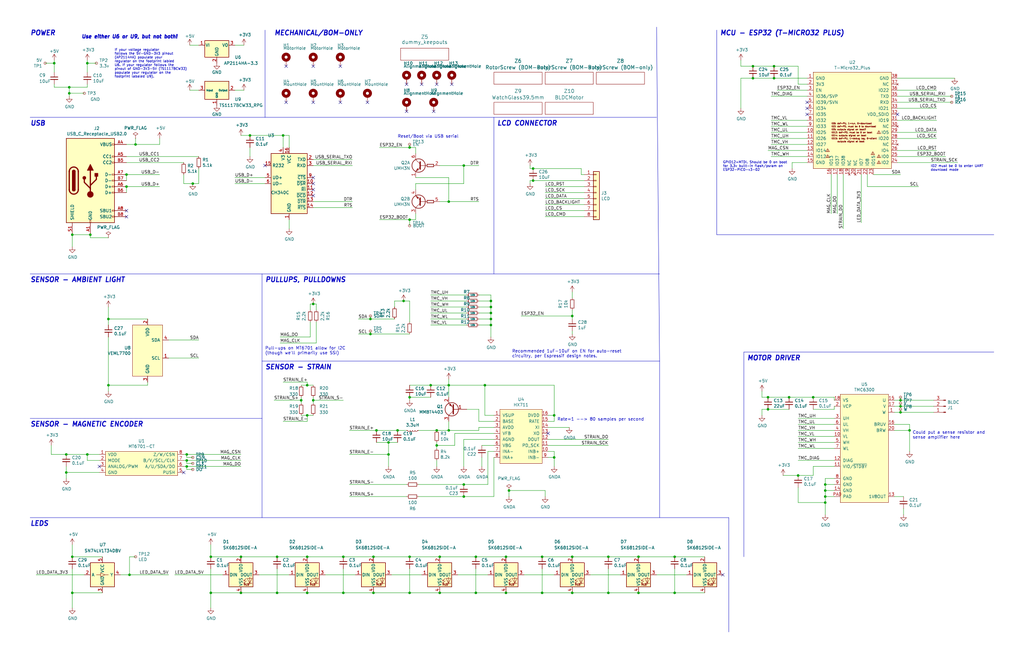
<source format=kicad_sch>
(kicad_sch (version 20230121) (generator eeschema)
  (paper "B")
  (title_block (title "SmartKnob View") (rev "${RELEASE_VERSION}") (company "Scott Bezek") (comment 2 "${COMMIT_DATE_LONG}") (comment 3 "${COMMIT_HASH}"))
  (junction (at 200.66 250.19))
  (junction (at 228.6 234.95))
  (junction (at 36.83 191.77))
  (junction (at 81.28 77.47))
  (junction (at 323.85 167.64))
  (junction (at 144.78 250.19))
  (junction (at 172.72 250.19))
  (junction (at 29.21 39.37))
  (junction (at 269.24 250.19))
  (junction (at 184.15 187.96))
  (junction (at 204.47 162.56))
  (junction (at 332.74 167.64))
  (junction (at 129.54 175.26))
  (junction (at 207.01 137.16))
  (junction (at 105.41 57.15))
  (junction (at 195.58 209.55))
  (junction (at 284.48 234.95))
  (junction (at 228.6 250.19))
  (junction (at 347.98 209.55))
  (junction (at 379.73 171.45))
  (junction (at 78.74 194.31))
  (junction (at 88.9 234.95))
  (junction (at 189.23 162.56))
  (junction (at 129.54 234.95))
  (junction (at 45.72 162.56))
  (junction (at 207.01 132.08))
  (junction (at 317.5 27.94))
  (junction (at 200.66 234.95))
  (junction (at 241.3 133.35))
  (junction (at 317.5 33.02))
  (junction (at 144.78 234.95))
  (junction (at 184.15 181.61))
  (junction (at 241.3 250.19))
  (junction (at 323.85 172.72))
  (junction (at 129.54 162.56))
  (junction (at 195.58 204.47))
  (junction (at 129.54 250.19))
  (junction (at 256.54 250.19))
  (junction (at 101.6 250.19))
  (junction (at 342.9 167.64))
  (junction (at 78.74 196.85))
  (junction (at 167.64 181.61))
  (junction (at 27.94 191.77))
  (junction (at 213.36 234.95))
  (junction (at 326.39 27.94))
  (junction (at 189.23 85.09))
  (junction (at 38.1 99.06))
  (junction (at 78.74 191.77))
  (junction (at 53.34 78.74))
  (junction (at 157.48 234.95))
  (junction (at 383.54 181.61))
  (junction (at 29.21 36.83))
  (junction (at 172.72 234.95))
  (junction (at 347.98 212.09))
  (junction (at 172.72 167.64))
  (junction (at 156.21 140.97))
  (junction (at 157.48 250.19))
  (junction (at 132.08 128.27))
  (junction (at 101.6 234.95))
  (junction (at 185.42 234.95))
  (junction (at 207.01 127))
  (junction (at 36.83 26.67))
  (junction (at 347.98 207.01))
  (junction (at 116.84 234.95))
  (junction (at 284.48 250.19))
  (junction (at 30.48 250.19))
  (junction (at 45.72 134.62))
  (junction (at 54.61 242.57))
  (junction (at 30.48 234.95))
  (junction (at 233.68 193.04))
  (junction (at 269.24 234.95))
  (junction (at 22.86 26.67))
  (junction (at 213.36 250.19))
  (junction (at 53.34 73.66))
  (junction (at 170.18 127))
  (junction (at 326.39 33.02))
  (junction (at 189.23 181.61))
  (junction (at 158.75 181.61))
  (junction (at 224.79 71.12))
  (junction (at 163.83 191.77))
  (junction (at 163.83 186.69))
  (junction (at 156.21 134.62))
  (junction (at 233.68 175.26))
  (junction (at 181.61 162.56))
  (junction (at 241.3 234.95))
  (junction (at 336.55 200.66))
  (junction (at 224.79 76.2))
  (junction (at 132.08 168.91))
  (junction (at 195.58 69.85))
  (junction (at 379.73 173.99))
  (junction (at 207.01 129.54))
  (junction (at 27.94 199.39))
  (junction (at 172.72 92.71))
  (junction (at 379.73 168.91))
  (junction (at 185.42 250.19))
  (junction (at 119.38 57.15))
  (junction (at 116.84 250.19))
  (junction (at 127 168.91))
  (junction (at 214.63 207.01))
  (junction (at 88.9 250.19))
  (junction (at 57.15 60.96))
  (junction (at 172.72 62.23))
  (junction (at 347.98 204.47))
  (junction (at 256.54 234.95))
  (junction (at 207.01 134.62))
  (junction (at 30.48 99.06))
  (no_connect (at 132.08 43.18))
  (no_connect (at 231.14 182.88))
  (no_connect (at 132.08 77.47))
  (no_connect (at 132.08 74.93))
  (no_connect (at 304.8 242.57))
  (no_connect (at 132.08 27.94))
  (no_connect (at 340.36 45.72))
  (no_connect (at 132.08 80.01))
  (no_connect (at 340.36 48.26))
  (no_connect (at 120.65 27.94))
  (no_connect (at 111.76 69.85))
  (no_connect (at 53.34 91.44))
  (no_connect (at 177.8 35.56))
  (no_connect (at 77.47 199.39))
  (no_connect (at 184.15 35.56))
  (no_connect (at 120.65 43.18))
  (no_connect (at 378.46 48.26))
  (no_connect (at 171.45 46.99))
  (no_connect (at 154.94 43.18))
  (no_connect (at 143.51 43.18))
  (no_connect (at 53.34 88.9))
  (no_connect (at 182.88 46.99))
  (no_connect (at 190.5 35.56))
  (no_connect (at 340.36 43.18))
  (no_connect (at 132.08 82.55))
  (no_connect (at 143.51 27.94))
  (no_connect (at 41.91 196.85))
  (no_connect (at 171.45 35.56))
  (wire (pts (xy 80.01 19.05) (xy 83.82 19.05)))
  (wire (pts (xy 88.9 240.03) (xy 88.9 250.19)))
  (wire (pts (xy 220.98 242.57) (xy 233.68 242.57)))
  (wire (pts (xy 231.14 180.34) (xy 240.03 180.34)))
  (wire (pts (xy 157.48 234.95) (xy 172.72 234.95)))
  (wire (pts (xy 144.78 234.95) (xy 157.48 234.95)))
  (wire (pts (xy 353.06 73.66) (xy 353.06 90.17)))
  (wire (pts (xy 229.87 207.01) (xy 229.87 209.55)))
  (wire (pts (xy 321.31 167.64) (xy 323.85 167.64)))
  (wire (pts (xy 121.92 62.23) (xy 121.92 57.15)))
  (wire (pts (xy 228.6 234.95) (xy 241.3 234.95)))
  (wire (pts (xy 53.34 68.58) (xy 77.47 68.58)))
  (wire (pts (xy 207.01 124.46) (xy 207.01 127)))
  (wire (pts (xy 207.01 137.16) (xy 207.01 142.24)))
  (wire (pts (xy 241.3 125.73) (xy 241.3 123.19)))
  (wire (pts (xy 196.85 172.72) (xy 201.93 172.72)))
  (wire (pts (xy 81.28 198.12) (xy 78.74 198.12)))
  (wire (pts (xy 36.83 194.31) (xy 36.83 191.77)))
  (wire (pts (xy 377.19 181.61) (xy 383.54 181.61)))
  (wire (pts (xy 223.52 69.85) (xy 223.52 71.12)))
  (wire (pts (xy 151.13 134.62) (xy 156.21 134.62)))
  (wire (pts (xy 45.72 134.62) (xy 62.23 134.62)))
  (wire (pts (xy 351.79 209.55) (xy 347.98 209.55)))
  (wire (pts (xy 29.21 39.37) (xy 29.21 40.64)))
  (wire (pts (xy 116.84 250.19) (xy 129.54 250.19)))
  (wire (pts (xy 105.41 62.23) (xy 105.41 66.04)))
  (wire (pts (xy 137.16 242.57) (xy 149.86 242.57)))
  (polyline (pts (xy 208.28 49.53) (xy 208.28 115.57)))
  (polyline (pts (xy 12.7 218.44) (xy 307.34 218.44)))
  (wire (pts (xy 378.46 66.04) (xy 398.78 66.04)))
  (wire (pts (xy 54.61 242.57) (xy 71.12 242.57)))
  (wire (pts (xy 200.66 250.19) (xy 213.36 250.19)))
  (wire (pts (xy 156.21 134.62) (xy 166.37 134.62)))
  (wire (pts (xy 378.46 68.58) (xy 403.86 68.58)))
  (wire (pts (xy 241.3 250.19) (xy 256.54 250.19)))
  (wire (pts (xy 175.26 62.23) (xy 175.26 64.77)))
  (wire (pts (xy 38.1 99.06) (xy 38.1 100.33)))
  (wire (pts (xy 269.24 250.19) (xy 284.48 250.19)))
  (wire (pts (xy 116.84 240.03) (xy 116.84 250.19)))
  (wire (pts (xy 351.79 189.23) (xy 336.55 189.23)))
  (wire (pts (xy 176.53 204.47) (xy 195.58 204.47)))
  (wire (pts (xy 241.3 133.35) (xy 241.3 130.81)))
  (polyline (pts (xy 313.69 234.95) (xy 313.69 148.59)))
  (wire (pts (xy 53.34 66.04) (xy 83.82 66.04)))
  (wire (pts (xy 127 168.91) (xy 127 170.18)))
  (wire (pts (xy 200.66 240.03) (xy 200.66 250.19)))
  (wire (pts (xy 246.38 83.82) (xy 229.87 83.82)))
  (wire (pts (xy 80.01 38.1) (xy 83.82 38.1)))
  (wire (pts (xy 231.14 190.5) (xy 233.68 190.5)))
  (wire (pts (xy 330.2 200.66) (xy 336.55 200.66)))
  (wire (pts (xy 377.19 209.55) (xy 381 209.55)))
  (wire (pts (xy 166.37 127) (xy 170.18 127)))
  (wire (pts (xy 115.57 168.91) (xy 127 168.91)))
  (wire (pts (xy 27.94 199.39) (xy 27.94 201.93)))
  (wire (pts (xy 195.58 209.55) (xy 208.28 209.55)))
  (wire (pts (xy 195.58 185.42) (xy 195.58 196.85)))
  (wire (pts (xy 176.53 181.61) (xy 184.15 181.61)))
  (wire (pts (xy 231.14 193.04) (xy 233.68 193.04)))
  (wire (pts (xy 233.68 175.26) (xy 231.14 175.26)))
  (wire (pts (xy 323.85 167.64) (xy 332.74 167.64)))
  (wire (pts (xy 189.23 162.56) (xy 189.23 160.02)))
  (wire (pts (xy 189.23 85.09) (xy 201.93 85.09)))
  (wire (pts (xy 158.75 186.69) (xy 163.83 186.69)))
  (wire (pts (xy 81.28 77.47) (xy 83.82 77.47)))
  (wire (pts (xy 379.73 168.91) (xy 393.7 168.91)))
  (wire (pts (xy 111.76 74.93) (xy 99.06 74.93)))
  (wire (pts (xy 394.97 50.8) (xy 378.46 50.8)))
  (wire (pts (xy 78.74 194.31) (xy 101.6 194.31)))
  (wire (pts (xy 365.76 78.74) (xy 387.35 78.74)))
  (wire (pts (xy 383.54 181.61) (xy 383.54 190.5)))
  (wire (pts (xy 172.72 127) (xy 172.72 135.89)))
  (wire (pts (xy 81.28 193.04) (xy 78.74 193.04)))
  (wire (pts (xy 78.74 195.58) (xy 78.74 194.31)))
  (wire (pts (xy 326.39 33.02) (xy 317.5 33.02)))
  (wire (pts (xy 351.79 184.15) (xy 336.55 184.15)))
  (wire (pts (xy 29.21 39.37) (xy 35.56 39.37)))
  (polyline (pts (xy 307.34 218.44) (xy 307.34 266.7)))
  (wire (pts (xy 347.98 201.93) (xy 351.79 201.93)))
  (wire (pts (xy 172.72 234.95) (xy 185.42 234.95)))
  (wire (pts (xy 321.31 172.72) (xy 323.85 172.72)))
  (wire (pts (xy 83.82 151.13) (xy 71.12 151.13)))
  (wire (pts (xy 163.83 186.69) (xy 167.64 186.69)))
  (wire (pts (xy 121.92 57.15) (xy 119.38 57.15)))
  (wire (pts (xy 189.23 74.93) (xy 189.23 85.09)))
  (wire (pts (xy 336.55 27.94) (xy 326.39 27.94)))
  (wire (pts (xy 347.98 207.01) (xy 347.98 204.47)))
  (wire (pts (xy 336.55 35.56) (xy 336.55 27.94)))
  (wire (pts (xy 172.72 250.19) (xy 185.42 250.19)))
  (wire (pts (xy 347.98 209.55) (xy 347.98 207.01)))
  (wire (pts (xy 185.42 250.19) (xy 200.66 250.19)))
  (wire (pts (xy 171.45 204.47) (xy 147.32 204.47)))
  (wire (pts (xy 340.36 53.34) (xy 325.12 53.34)))
  (wire (pts (xy 184.15 186.69) (xy 184.15 187.96)))
  (wire (pts (xy 30.48 240.03) (xy 30.48 250.19)))
  (wire (pts (xy 378.46 40.64) (xy 401.32 40.64)))
  (wire (pts (xy 158.75 181.61) (xy 167.64 181.61)))
  (wire (pts (xy 351.79 176.53) (xy 336.55 176.53)))
  (wire (pts (xy 30.48 256.54) (xy 30.48 250.19)))
  (wire (pts (xy 233.68 190.5) (xy 233.68 193.04)))
  (wire (pts (xy 172.72 168.91) (xy 172.72 167.64)))
  (wire (pts (xy 81.28 195.58) (xy 78.74 195.58)))
  (wire (pts (xy 118.11 144.78) (xy 133.35 144.78)))
  (wire (pts (xy 201.93 172.72) (xy 201.93 177.8)))
  (wire (pts (xy 233.68 177.8) (xy 233.68 175.26)))
  (wire (pts (xy 342.9 200.66) (xy 342.9 196.85)))
  (wire (pts (xy 207.01 127) (xy 207.01 129.54)))
  (wire (pts (xy 204.47 175.26) (xy 208.28 175.26)))
  (wire (pts (xy 147.32 181.61) (xy 158.75 181.61)))
  (wire (pts (xy 201.93 129.54) (xy 207.01 129.54)))
  (wire (pts (xy 378.46 43.18) (xy 401.32 43.18)))
  (wire (pts (xy 36.83 26.67) (xy 36.83 30.48)))
  (wire (pts (xy 246.38 73.66) (xy 245.11 73.66)))
  (wire (pts (xy 175.26 80.01) (xy 175.26 77.47)))
  (wire (pts (xy 147.32 209.55) (xy 171.45 209.55)))
  (wire (pts (xy 119.38 177.8) (xy 129.54 177.8)))
  (wire (pts (xy 181.61 167.64) (xy 172.72 167.64)))
  (wire (pts (xy 213.36 250.19) (xy 228.6 250.19)))
  (wire (pts (xy 147.32 191.77) (xy 163.83 191.77)))
  (wire (pts (xy 204.47 162.56) (xy 233.68 162.56)))
  (wire (pts (xy 203.2 187.96) (xy 208.28 187.96)))
  (wire (pts (xy 57.15 234.95) (xy 54.61 234.95)))
  (wire (pts (xy 175.26 74.93) (xy 189.23 74.93)))
  (wire (pts (xy 340.36 58.42) (xy 325.12 58.42)))
  (wire (pts (xy 127 175.26) (xy 129.54 175.26)))
  (wire (pts (xy 200.66 234.95) (xy 213.36 234.95)))
  (wire (pts (xy 132.08 168.91) (xy 144.78 168.91)))
  (wire (pts (xy 77.47 194.31) (xy 78.74 194.31)))
  (wire (pts (xy 78.74 196.85) (xy 101.6 196.85)))
  (wire (pts (xy 36.83 25.4) (xy 36.83 26.67)))
  (wire (pts (xy 269.24 234.95) (xy 284.48 234.95)))
  (wire (pts (xy 172.72 62.23) (xy 175.26 62.23)))
  (wire (pts (xy 214.63 207.01) (xy 229.87 207.01)))
  (wire (pts (xy 207.01 134.62) (xy 207.01 137.16)))
  (wire (pts (xy 129.54 162.56) (xy 132.08 162.56)))
  (wire (pts (xy 151.13 140.97) (xy 156.21 140.97)))
  (wire (pts (xy 175.26 90.17) (xy 175.26 92.71)))
  (wire (pts (xy 342.9 167.64) (xy 332.74 167.64)))
  (wire (pts (xy 78.74 198.12) (xy 78.74 196.85)))
  (wire (pts (xy 394.97 58.42) (xy 378.46 58.42)))
  (wire (pts (xy 196.85 137.16) (xy 181.61 137.16)))
  (wire (pts (xy 133.35 128.27) (xy 133.35 130.81)))
  (wire (pts (xy 347.98 212.09) (xy 347.98 209.55)))
  (wire (pts (xy 231.14 177.8) (xy 233.68 177.8)))
  (wire (pts (xy 334.01 71.12) (xy 334.01 68.58)))
  (wire (pts (xy 132.08 87.63) (xy 148.59 87.63)))
  (wire (pts (xy 208.28 193.04) (xy 208.28 209.55)))
  (wire (pts (xy 116.84 234.95) (xy 129.54 234.95)))
  (wire (pts (xy 378.46 63.5) (xy 394.97 63.5)))
  (polyline (pts (xy 302.26 99.06) (xy 302.26 12.7)))
  (wire (pts (xy 185.42 69.85) (xy 195.58 69.85)))
  (wire (pts (xy 340.36 63.5) (xy 323.85 63.5)))
  (wire (pts (xy 379.73 173.99) (xy 377.19 173.99)))
  (wire (pts (xy 119.38 161.29) (xy 129.54 161.29)))
  (wire (pts (xy 231.14 185.42) (xy 256.54 185.42)))
  (wire (pts (xy 29.21 36.83) (xy 36.83 36.83)))
  (wire (pts (xy 45.72 137.16) (xy 45.72 134.62)))
  (wire (pts (xy 53.34 78.74) (xy 67.31 78.74)))
  (wire (pts (xy 132.08 128.27) (xy 133.35 128.27)))
  (wire (pts (xy 130.81 135.89) (xy 130.81 142.24)))
  (wire (pts (xy 336.55 205.74) (xy 336.55 212.09)))
  (wire (pts (xy 77.47 73.66) (xy 77.47 77.47)))
  (wire (pts (xy 195.58 77.47) (xy 195.58 69.85)))
  (wire (pts (xy 38.1 99.06) (xy 30.48 99.06)))
  (wire (pts (xy 340.36 50.8) (xy 325.12 50.8)))
  (wire (pts (xy 351.79 204.47) (xy 347.98 204.47)))
  (wire (pts (xy 321.31 165.1) (xy 321.31 167.64)))
  (wire (pts (xy 166.37 129.54) (xy 166.37 127)))
  (polyline (pts (xy 110.49 176.53) (xy 12.7 176.53)))
  (wire (pts (xy 196.85 132.08) (xy 181.61 132.08)))
  (wire (pts (xy 185.42 234.95) (xy 200.66 234.95)))
  (polyline (pts (xy 313.69 148.59) (xy 419.1 148.59)))
  (wire (pts (xy 77.47 191.77) (xy 78.74 191.77)))
  (wire (pts (xy 340.36 40.64) (xy 325.12 40.64)))
  (wire (pts (xy 172.72 60.96) (xy 172.72 62.23)))
  (wire (pts (xy 207.01 127) (xy 201.93 127)))
  (wire (pts (xy 233.68 193.04) (xy 233.68 196.85)))
  (wire (pts (xy 326.39 27.94) (xy 317.5 27.94)))
  (wire (pts (xy 219.71 133.35) (xy 241.3 133.35)))
  (wire (pts (xy 355.6 73.66) (xy 355.6 96.52)))
  (wire (pts (xy 340.36 55.88) (xy 325.12 55.88)))
  (wire (pts (xy 340.36 35.56) (xy 336.55 35.56)))
  (wire (pts (xy 377.19 179.07) (xy 383.54 179.07)))
  (wire (pts (xy 336.55 212.09) (xy 347.98 212.09)))
  (wire (pts (xy 351.79 167.64) (xy 342.9 167.64)))
  (wire (pts (xy 284.48 240.03) (xy 284.48 250.19)))
  (wire (pts (xy 29.21 36.83) (xy 29.21 39.37)))
  (wire (pts (xy 276.86 242.57) (xy 289.56 242.57)))
  (wire (pts (xy 101.6 234.95) (xy 116.84 234.95)))
  (wire (pts (xy 347.98 204.47) (xy 347.98 201.93)))
  (wire (pts (xy 132.08 167.64) (xy 132.08 168.91)))
  (wire (pts (xy 379.73 167.64) (xy 379.73 168.91)))
  (wire (pts (xy 99.06 19.05) (xy 102.87 19.05)))
  (wire (pts (xy 340.36 33.02) (xy 326.39 33.02)))
  (polyline (pts (xy 12.7 115.57) (xy 278.13 115.57)))
  (wire (pts (xy 129.54 250.19) (xy 144.78 250.19)))
  (wire (pts (xy 172.72 95.25) (xy 172.72 92.71)))
  (wire (pts (xy 201.93 134.62) (xy 207.01 134.62)))
  (wire (pts (xy 41.91 194.31) (xy 36.83 194.31)))
  (wire (pts (xy 207.01 129.54) (xy 207.01 132.08)))
  (wire (pts (xy 30.48 99.06) (xy 30.48 104.14)))
  (wire (pts (xy 381 214.63) (xy 381 217.17)))
  (wire (pts (xy 77.47 196.85) (xy 78.74 196.85)))
  (wire (pts (xy 175.26 77.47) (xy 195.58 77.47)))
  (wire (pts (xy 88.9 229.87) (xy 88.9 234.95)))
  (polyline (pts (xy 12.7 49.53) (xy 276.86 49.53)))
  (wire (pts (xy 351.79 172.72) (xy 351.79 171.45)))
  (wire (pts (xy 368.3 73.66) (xy 379.73 73.66)))
  (wire (pts (xy 347.98 207.01) (xy 351.79 207.01)))
  (wire (pts (xy 45.72 165.1) (xy 45.72 162.56)))
  (wire (pts (xy 350.52 73.66) (xy 350.52 90.17)))
  (wire (pts (xy 201.93 177.8) (xy 208.28 177.8)))
  (wire (pts (xy 351.79 168.91) (xy 351.79 167.64)))
  (wire (pts (xy 351.79 196.85) (xy 342.9 196.85)))
  (wire (pts (xy 121.92 96.52) (xy 121.92 92.71)))
  (wire (pts (xy 256.54 250.19) (xy 269.24 250.19)))
  (wire (pts (xy 22.86 26.67) (xy 22.86 30.48)))
  (wire (pts (xy 379.73 170.18) (xy 379.73 171.45)))
  (wire (pts (xy 38.1 100.33) (xy 45.72 100.33)))
  (wire (pts (xy 88.9 234.95) (xy 101.6 234.95)))
  (wire (pts (xy 205.74 190.5) (xy 205.74 204.47)))
  (wire (pts (xy 160.02 62.23) (xy 172.72 62.23)))
  (wire (pts (xy 377.19 171.45) (xy 379.73 171.45)))
  (wire (pts (xy 15.24 242.57) (xy 35.56 242.57)))
  (wire (pts (xy 163.83 191.77) (xy 163.83 196.85)))
  (wire (pts (xy 119.38 57.15) (xy 119.38 62.23)))
  (polyline (pts (xy 276.86 11.43) (xy 278.13 152.4)))
  (wire (pts (xy 233.68 162.56) (xy 233.68 175.26)))
  (wire (pts (xy 132.08 67.31) (xy 148.59 67.31)))
  (wire (pts (xy 127 167.64) (xy 127 168.91)))
  (wire (pts (xy 99.06 77.47) (xy 111.76 77.47)))
  (wire (pts (xy 284.48 250.19) (xy 297.18 250.19)))
  (wire (pts (xy 29.21 36.83) (xy 22.86 36.83)))
  (wire (pts (xy 27.94 199.39) (xy 41.91 199.39)))
  (wire (pts (xy 248.92 242.57) (xy 261.62 242.57)))
  (wire (pts (xy 30.48 250.19) (xy 43.18 250.19)))
  (wire (pts (xy 129.54 161.29) (xy 129.54 162.56)))
  (wire (pts (xy 377.19 168.91) (xy 379.73 168.91)))
  (wire (pts (xy 334.01 68.58) (xy 340.36 68.58)))
  (wire (pts (xy 189.23 162.56) (xy 189.23 167.64)))
  (wire (pts (xy 175.26 92.71) (xy 172.72 92.71)))
  (wire (pts (xy 351.79 186.69) (xy 336.55 186.69)))
  (wire (pts (xy 312.42 33.02) (xy 317.5 33.02)))
  (wire (pts (xy 246.38 88.9) (xy 229.87 88.9)))
  (wire (pts (xy 53.34 78.74) (xy 53.34 81.28)))
  (wire (pts (xy 130.81 128.27) (xy 132.08 128.27)))
  (wire (pts (xy 351.79 194.31) (xy 336.55 194.31)))
  (polyline (pts (xy 110.49 152.4) (xy 278.13 152.4)))
  (wire (pts (xy 189.23 177.8) (xy 189.23 181.61)))
  (wire (pts (xy 229.87 86.36) (xy 246.38 86.36)))
  (wire (pts (xy 196.85 124.46) (xy 181.61 124.46)))
  (wire (pts (xy 105.41 57.15) (xy 119.38 57.15)))
  (polyline (pts (xy 302.26 99.06) (xy 419.1 99.06)))
  (wire (pts (xy 383.54 179.07) (xy 383.54 181.61)))
  (wire (pts (xy 77.47 77.47) (xy 81.28 77.47)))
  (wire (pts (xy 50.8 242.57) (xy 54.61 242.57)))
  (wire (pts (xy 195.58 209.55) (xy 176.53 209.55)))
  (wire (pts (xy 208.28 190.5) (xy 205.74 190.5)))
  (wire (pts (xy 321.31 172.72) (xy 321.31 175.26)))
  (wire (pts (xy 378.46 55.88) (xy 394.97 55.88)))
  (wire (pts (xy 181.61 162.56) (xy 189.23 162.56)))
  (wire (pts (xy 129.54 175.26) (xy 129.54 177.8)))
  (wire (pts (xy 36.83 36.83) (xy 36.83 35.56)))
  (wire (pts (xy 22.86 36.83) (xy 22.86 35.56)))
  (wire (pts (xy 132.08 168.91) (xy 132.08 170.18)))
  (wire (pts (xy 189.23 181.61) (xy 201.93 181.61)))
  (wire (pts (xy 185.42 85.09) (xy 189.23 85.09)))
  (wire (pts (xy 57.15 60.96) (xy 67.31 60.96)))
  (wire (pts (xy 213.36 234.95) (xy 228.6 234.95)))
  (wire (pts (xy 327.66 38.1) (xy 340.36 38.1)))
  (wire (pts (xy 71.12 143.51) (xy 83.82 143.51)))
  (wire (pts (xy 118.11 142.24) (xy 130.81 142.24)))
  (wire (pts (xy 191.77 187.96) (xy 191.77 182.88)))
  (wire (pts (xy 378.46 45.72) (xy 394.97 45.72)))
  (wire (pts (xy 53.34 73.66) (xy 67.31 73.66)))
  (wire (pts (xy 172.72 92.71) (xy 160.02 92.71)))
  (wire (pts (xy 144.78 250.19) (xy 157.48 250.19)))
  (wire (pts (xy 231.14 187.96) (xy 256.54 187.96)))
  (wire (pts (xy 172.72 240.03) (xy 172.72 250.19)))
  (wire (pts (xy 223.52 71.12) (xy 224.79 71.12)))
  (wire (pts (xy 228.6 250.19) (xy 241.3 250.19)))
  (wire (pts (xy 36.83 26.67) (xy 40.64 26.67)))
  (wire (pts (xy 45.72 134.62) (xy 45.72 129.54)))
  (wire (pts (xy 378.46 33.02) (xy 402.59 33.02)))
  (wire (pts (xy 184.15 187.96) (xy 191.77 187.96)))
  (wire (pts (xy 27.94 191.77) (xy 21.59 191.77)))
  (wire (pts (xy 196.85 127) (xy 181.61 127)))
  (wire (pts (xy 394.97 38.1) (xy 378.46 38.1)))
  (wire (pts (xy 144.78 240.03) (xy 144.78 250.19)))
  (wire (pts (xy 203.2 193.04) (xy 203.2 196.85)))
  (wire (pts (xy 246.38 78.74) (xy 229.87 78.74)))
  (wire (pts (xy 196.85 134.62) (xy 181.61 134.62)))
  (wire (pts (xy 132.08 69.85) (xy 148.59 69.85)))
  (wire (pts (xy 129.54 175.26) (xy 132.08 175.26)))
  (wire (pts (xy 30.48 234.95) (xy 43.18 234.95)))
  (wire (pts (xy 340.36 60.96) (xy 325.12 60.96)))
  (wire (pts (xy 336.55 200.66) (xy 342.9 200.66)))
  (wire (pts (xy 88.9 256.54) (xy 88.9 250.19)))
  (wire (pts (xy 228.6 240.03) (xy 228.6 250.19)))
  (wire (pts (xy 156.21 140.97) (xy 172.72 140.97)))
  (wire (pts (xy 195.58 204.47) (xy 205.74 204.47)))
  (wire (pts (xy 36.83 191.77) (xy 41.91 191.77)))
  (wire (pts (xy 351.79 179.07) (xy 336.55 179.07)))
  (wire (pts (xy 54.61 234.95) (xy 54.61 242.57)))
  (wire (pts (xy 224.79 76.2) (xy 246.38 76.2)))
  (wire (pts (xy 22.86 25.4) (xy 22.86 26.67)))
  (wire (pts (xy 332.74 172.72) (xy 323.85 172.72)))
  (wire (pts (xy 312.42 33.02) (xy 312.42 45.72)))
  (wire (pts (xy 88.9 250.19) (xy 101.6 250.19)))
  (wire (pts (xy 53.34 60.96) (xy 57.15 60.96)))
  (wire (pts (xy 340.36 66.04) (xy 325.12 66.04)))
  (wire (pts (xy 167.64 181.61) (xy 171.45 181.61)))
  (wire (pts (xy 208.28 185.42) (xy 195.58 185.42)))
  (wire (pts (xy 62.23 161.29) (xy 62.23 162.56)))
  (wire (pts (xy 163.83 186.69) (xy 163.83 191.77)))
  (wire (pts (xy 201.93 132.08) (xy 207.01 132.08)))
  (wire (pts (xy 363.22 93.98) (xy 363.22 73.66)))
  (wire (pts (xy 57.15 58.42) (xy 57.15 60.96)))
  (wire (pts (xy 170.18 127) (xy 172.72 127)))
  (wire (pts (xy 30.48 229.87) (xy 30.48 234.95)))
  (polyline (pts (xy 111.76 49.53) (xy 111.76 12.7)))
  (wire (pts (xy 133.35 135.89) (xy 133.35 144.78)))
  (wire (pts (xy 184.15 189.23) (xy 184.15 187.96)))
  (wire (pts (xy 157.48 250.19) (xy 172.72 250.19)))
  (wire (pts (xy 204.47 162.56) (xy 204.47 175.26)))
  (wire (pts (xy 53.34 73.66) (xy 53.34 76.2)))
  (wire (pts (xy 365.76 78.74) (xy 365.76 73.66)))
  (wire (pts (xy 191.77 182.88) (xy 208.28 182.88)))
  (wire (pts (xy 172.72 162.56) (xy 181.61 162.56)))
  (wire (pts (xy 78.74 193.04) (xy 78.74 191.77)))
  (wire (pts (xy 201.93 137.16) (xy 207.01 137.16)))
  (wire (pts (xy 27.94 196.85) (xy 27.94 199.39)))
  (polyline (pts (xy 110.49 115.57) (xy 110.49 218.44)))
  (wire (pts (xy 317.5 27.94) (xy 312.42 27.94)))
  (wire (pts (xy 45.72 162.56) (xy 45.72 142.24)))
  (wire (pts (xy 347.98 217.17) (xy 347.98 212.09)))
  (wire (pts (xy 223.52 76.2) (xy 224.79 76.2)))
  (wire (pts (xy 229.87 81.28) (xy 246.38 81.28)))
  (wire (pts (xy 129.54 234.95) (xy 144.78 234.95)))
  (wire (pts (xy 156.21 139.7) (xy 156.21 140.97)))
  (wire (pts (xy 189.23 162.56) (xy 204.47 162.56)))
  (wire (pts (xy 165.1 242.57) (xy 177.8 242.57)))
  (wire (pts (xy 67.31 58.42) (xy 67.31 60.96)))
  (wire (pts (xy 184.15 181.61) (xy 189.23 181.61)))
  (wire (pts (xy 109.22 242.57) (xy 121.92 242.57)))
  (wire (pts (xy 284.48 234.95) (xy 297.18 234.95)))
  (wire (pts (xy 101.6 250.19) (xy 116.84 250.19)))
  (wire (pts (xy 379.73 173.99) (xy 393.7 173.99)))
  (wire (pts (xy 62.23 162.56) (xy 45.72 162.56)))
  (wire (pts (xy 241.3 234.95) (xy 256.54 234.95)))
  (wire (pts (xy 36.83 191.77) (xy 27.94 191.77)))
  (wire (pts (xy 224.79 71.12) (xy 245.11 71.12)))
  (wire (pts (xy 132.08 85.09) (xy 148.59 85.09)))
  (wire (pts (xy 201.93 181.61) (xy 201.93 180.34)))
  (wire (pts (xy 201.93 124.46) (xy 207.01 124.46)))
  (wire (pts (xy 241.3 134.62) (xy 241.3 133.35)))
  (wire (pts (xy 256.54 234.95) (xy 269.24 234.95)))
  (wire (pts (xy 379.73 171.45) (xy 393.7 171.45)))
  (wire (pts (xy 214.63 209.55) (xy 214.63 207.01)))
  (wire (pts (xy 195.58 69.85) (xy 201.93 69.85)))
  (wire (pts (xy 101.6 57.15) (xy 105.41 57.15)))
  (wire (pts (xy 83.82 77.47) (xy 83.82 71.12)))
  (wire (pts (xy 19.05 26.67) (xy 22.86 26.67)))
  (wire (pts (xy 184.15 196.85) (xy 184.15 194.31)))
  (wire (pts (xy 229.87 91.44) (xy 246.38 91.44)))
  (wire (pts (xy 351.79 181.61) (xy 336.55 181.61)))
  (wire (pts (xy 127 162.56) (xy 129.54 162.56)))
  (wire (pts (xy 241.3 140.97) (xy 241.3 139.7)))
  (wire (pts (xy 342.9 172.72) (xy 351.79 172.72)))
  (wire (pts (xy 21.59 191.77) (xy 21.59 187.96)))
  (polyline (pts (xy 278.13 152.4) (xy 278.13 218.44)))
  (wire (pts (xy 73.66 242.57) (xy 93.98 242.57)))
  (wire (pts (xy 312.42 27.94) (xy 312.42 25.4)))
  (wire (pts (xy 245.11 71.12) (xy 245.11 73.66)))
  (wire (pts (xy 196.85 129.54) (xy 181.61 129.54)))
  (wire (pts (xy 201.93 180.34) (xy 208.28 180.34)))
  (wire (pts (xy 99.06 38.1) (xy 102.87 38.1)))
  (wire (pts (xy 207.01 132.08) (xy 207.01 134.62)))
  (wire (pts (xy 193.04 242.57) (xy 205.74 242.57)))
  (wire (pts (xy 156.21 133.35) (xy 156.21 134.62)))
  (wire (pts (xy 130.81 130.81) (xy 130.81 128.27)))
  (wire (pts (xy 223.52 76.2) (xy 223.52 77.47)))
  (wire (pts (xy 379.73 172.72) (xy 379.73 173.99)))
  (wire (pts (xy 78.74 191.77) (xy 101.6 191.77)))
  (wire (pts (xy 256.54 240.03) (xy 256.54 250.19)))
  (text "POWER" (at 12.7 15.24 0) (effects (font (size 2.0066 2.0066) (thickness 0.4013) bold italic) (justify left bottom)))
  (text "Could put a sense resistor and\nsense amplifier here" (at 384.81 185.42 0) (effects (font (size 1.27 1.27)) (justify left bottom)))
  (text "MCU - ESP32 (T-MICRO32 PLUS)" (at 303.53 15.24 0) (effects (font (size 2.0066 2.0066) (thickness 0.4013) bold italic) (justify left bottom)))
  (text "If your voltage regulator\nfollows the 5V-GND-3V3 pinout\n(AP2114HA) populate your\nregulator on the footprint labled\nU6. If your regulator follows the\npinout of GND-3V3-5V (TS1117BCW33)\npopulate your regulator on the\nfootprint labaled U9)." (at 48.26 33.02 0) (effects (font (size 1 1)) (justify left bottom)))
  (text "SENSOR - MAGNETIC ENCODER" (at 12.7 180.34 0) (effects (font (size 2.0066 2.0066) (thickness 0.4013) bold italic) (justify left bottom)))
  (text "MOTOR DRIVER" (at 314.96 152.4 0) (effects (font (size 2.0066 2.0066) (thickness 0.4013) bold italic) (justify left bottom)))
  (text "MECHANICAL/BOM-ONLY" (at 115.57 15.24 0) (effects (font (size 2.0066 2.0066) (thickness 0.4013) bold italic) (justify left bottom)))
  (text "IO2 must be 0 to enter UART\ndownload mode" (at 392.43 72.39 0) (effects (font (size 0.9906 0.9906)) (justify left bottom)))
  (text "GPIO12=MTDI. Should be 0 on boot\nfor 3.3v built-in flash/psram on\nESP32-PICO-v3-02" (at 304.8 72.39 0) (effects (font (size 0.9906 0.9906)) (justify left bottom)))
  (text "Pull-ups on MT6701 allow for I2C\n(though we'll primarily use SSI)" (at 111.76 149.86 0) (effects (font (size 1.27 1.27)) (justify left bottom)))
  (text "Use either U6 or U9, but not both!" (at 34.29 16.51 0) (effects (font (size 1.5 1.5) (thickness 0.6) bold italic) (justify left bottom)))
  (text "Rate=1 --> 80 samples per second" (at 234.95 177.8 0) (effects (font (size 1.27 1.27)) (justify left bottom)))
  (text "SENSOR - AMBIENT LIGHT" (at 12.7 119.38 0) (effects (font (size 2.0066 2.0066) (thickness 0.4013) bold italic) (justify left bottom)))
  (text "Recommended 1uF-10uF on EN for auto-reset\ncircuitry, per Espressif design notes." (at 215.9 151.13 0) (effects (font (size 1.27 1.27)) (justify left bottom)))
  (text "USB" (at 12.7 53.34 0) (effects (font (size 2.0066 2.0066) (thickness 0.4013) bold italic) (justify left bottom)))
  (text "SENSOR - STRAIN" (at 111.76 156.21 0) (effects (font (size 2.0066 2.0066) (thickness 0.4013) bold italic) (justify left bottom)))
  (text "LEDS" (at 12.7 222.25 0) (effects (font (size 2.0066 2.0066) (thickness 0.4013) bold italic) (justify left bottom)))
  (text "PULLUPS, PULLDOWNS" (at 111.76 119.38 0) (effects (font (size 2.0066 2.0066) (thickness 0.4013) bold italic) (justify left bottom)))
  (text "LCD CONNECTOR" (at 209.55 53.34 0) (effects (font (size 2.0066 2.0066) (thickness 0.4013) bold italic) (justify left bottom)))
  (text "Reset/Boot via USB serial" (at 167.64 58.42 0) (effects (font (size 1.27 1.27)) (justify left bottom)))
  (label "MAG_CSN" (at 101.6 191.77 180))
  (label "ESP32_BOOT" (at 398.78 66.04 180))
  (label "LCD_RST" (at 229.87 78.74 0))
  (label "TMC_VL" (at 181.61 137.16 0))
  (label "LCD_BACKLIGHT" (at 229.87 86.36 0))
  (label "LCD_RST" (at 394.97 63.5 180))
  (label "TMC_VH" (at 325.12 60.96 0))
  (label "RTS" (at 148.59 87.63 180))
  (label "LED_DATA_5V" (at 73.66 242.57 0))
  (label "USB_SERIAL_TXO" (at 148.59 67.31 180))
  (label "SCL" (at 83.82 151.13 180))
  (label "USB_SERIAL_TXO" (at 398.78 43.18 180))
  (label "TMC_UL" (at 336.55 179.07 0))
  (label "STRAIN_DO" (at 355.6 96.52 90))
  (label "STRAIN_E-" (at 147.32 191.77 0))
  (label "MAG_CSN" (at 323.85 63.5 0))
  (label "LCD_DATA" (at 394.97 55.88 180))
  (label "TMC_DIAG" (at 336.55 194.31 0))
  (label "ESP32_EN" (at 219.71 133.35 0))
  (label "TMC_WH" (at 325.12 66.04 0))
  (label "USB_CC2" (at 67.31 68.58 180))
  (label "RTS" (at 201.93 85.09 180))
  (label "USB_D-" (at 67.31 73.66 180))
  (label "TMC_UL" (at 325.12 55.88 0))
  (label "TMC_VH" (at 181.61 127 0))
  (label "USB_D+" (at 99.06 74.93 0))
  (label "LCD_SCK" (at 229.87 81.28 0))
  (label "TMC_UL" (at 181.61 132.08 0))
  (label "LED_DATA_5V" (at 71.12 242.57 180))
  (label "STRAIN_S+" (at 115.57 168.91 0))
  (label "TMC_VL" (at 325.12 50.8 0))
  (label "LCD_SCK" (at 394.97 58.42 180))
  (label "TMC_UH" (at 336.55 176.53 0))
  (label "TMC_VL" (at 336.55 184.15 0))
  (label "MAG_DO" (at 353.06 90.17 90))
  (label "ESP32_BOOT" (at 160.02 92.71 0))
  (label "STRAIN_S+" (at 147.32 209.55 0))
  (label "MAG_CLK" (at 350.52 90.17 90))
  (label "SDA" (at 83.82 143.51 180))
  (label "USB_D+" (at 67.31 78.74 180))
  (label "SCL" (at 151.13 140.97 0))
  (label "TMC_UH" (at 325.12 58.42 0))
  (label "STRAIN_S-" (at 147.32 204.47 0))
  (label "SDA" (at 151.13 134.62 0))
  (label "MAG_DO" (at 101.6 196.85 180))
  (label "SCL" (at 387.35 78.74 180))
  (label "USB_CC1" (at 67.31 66.04 180))
  (label "ESP32_EN" (at 160.02 62.23 0))
  (label "USB_SERIAL_RXI" (at 148.59 69.85 180))
  (label "TMC_WH" (at 336.55 186.69 0))
  (label "MAG_DO" (at 118.11 142.24 0))
  (label "LCD_CS" (at 394.97 45.72 180))
  (label "LCD_CMD" (at 394.97 38.1 180))
  (label "TMC_WL" (at 181.61 134.62 0))
  (label "STRAIN_E+" (at 119.38 161.29 0))
  (label "STRAIN_E-" (at 119.38 177.8 0))
  (label "LCD_CS" (at 229.87 88.9 0))
  (label "STRAIN_SCK" (at 256.54 187.96 180))
  (label "TMC_UH" (at 181.61 124.46 0))
  (label "SDA" (at 379.73 73.66 180))
  (label "TMC_WL" (at 336.55 189.23 0))
  (label "LCD_DATA" (at 229.87 83.82 0))
  (label "STRAIN_SCK" (at 403.86 68.58 180))
  (label "TMC_WH" (at 181.61 129.54 0))
  (label "TMC_VH" (at 336.55 181.61 0))
  (label "LED_DATA_3V3" (at 363.22 93.98 90))
  (label "LCD_CMD" (at 229.87 91.44 0))
  (label "STRAIN_DO" (at 256.54 185.42 180))
  (label "DTR" (at 201.93 69.85 180))
  (label "DTR" (at 148.59 85.09 180))
  (label "STRAIN_E+" (at 147.32 181.61 0))
  (label "STRAIN_S-" (at 144.78 168.91 180))
  (label "TMC_DIAG" (at 325.12 40.64 0))
  (label "MAG_CLK" (at 101.6 194.31 180))
  (label "LED_DATA_3V3" (at 15.24 242.57 0))
  (label "USB_D-" (at 99.06 77.47 0))
  (label "ESP32_EN" (at 327.66 38.1 0))
  (label "TMC_WL" (at 325.12 53.34 0))
  (label "LCD_BACKLIGHT" (at 394.97 50.8 180))
  (label "USB_SERIAL_RXI" (at 398.78 40.64 180))
  (label "MAG_CLK" (at 118.11 144.78 0))
  (symbol (lib_id "MagnTek:MT6701-CT") (at 58.42 195.58 0) (unit 1)
    (property "Reference" "U1" (at 59.69 186.055 0))
    (property "Value" "MT6701-CT" (at 59.69 188.3664 0))
    (property "Footprint" "Package_SO:SOIC-8_3.9x4.9mm_P1.27mm" (effects hide))
    (property "LCSC" "C2856764, or C3003196" (effects hide))
    (property "Digikey" "N/A" (effects hide))
    (property "Mouser" "N/A" (effects hide))
  )
  (symbol (lib_id "SK6812:SK6812SIDE-A") (at 101.6 242.57 0) (unit 1)
    (property "Reference" "D1" (at 93.98 228.6 0) (effects (justify left)))
    (property "Value" "SK6812SIDE-A" (at 93.98 231.14 0) (effects (justify left)))
    (property "Footprint" "sk6812:SK6812-SIDE-A" (effects hide))
    (property "AliExpress" "https://www.aliexpress.com/item/10000009330139.html" (effects hide))
    (property "Digikey" "1528-4691-ND" (effects hide))
    (property "Mouser" "485-4691" (effects hide))
    (property "LCSC" "C2890037" (effects hide))
  )
  (symbol (lib_id "Device:C_Small") (at 88.9 237.49 0) (unit 1)
    (property "Reference" "C1" (at 91.2368 236.3216 0) (effects (justify left)))
    (property "Value" "0.1uF" (at 91.2368 238.633 0) (effects (justify left)))
    (property "Footprint" "Capacitor_SMD:C_0603_1608Metric" (effects hide))
    (property "LCSC" "C1591" (effects hide))
    (property "Digikey" "1276-1935-1-ND" (effects hide))
    (property "Mouser" "187-CL10B104KB8NNWC" (effects hide))
  )
  (symbol (lib_id "SK6812:SK6812SIDE-A") (at 129.54 242.57 0) (unit 1)
    (property "Reference" "D2" (at 121.92 228.6 0) (effects (justify left)))
    (property "Value" "SK6812SIDE-A" (at 121.92 231.14 0) (effects (justify left)))
    (property "Footprint" "sk6812:SK6812-SIDE-A" (effects hide))
    (property "AliExpress" "https://www.aliexpress.com/item/10000009330139.html" (effects hide))
    (property "Digikey" "1528-4691-ND" (effects hide))
    (property "Mouser" "485-4691" (effects hide))
    (property "LCSC" "C2890037" (effects hide))
  )
  (symbol (lib_id "Device:C_Small") (at 116.84 237.49 0) (unit 1)
    (property "Reference" "C2" (at 119.1768 236.3216 0) (effects (justify left)))
    (property "Value" "0.1uF" (at 119.1768 238.633 0) (effects (justify left)))
    (property "Footprint" "Capacitor_SMD:C_0603_1608Metric" (effects hide))
    (property "LCSC" "C1591" (effects hide))
    (property "Digikey" "1276-1935-1-ND" (effects hide))
    (property "Mouser" "187-CL10B104KB8NNWC" (effects hide))
  )
  (symbol (lib_id "SK6812:SK6812SIDE-A") (at 157.48 242.57 0) (unit 1)
    (property "Reference" "D3" (at 149.86 228.6 0) (effects (justify left)))
    (property "Value" "SK6812SIDE-A" (at 149.86 231.14 0) (effects (justify left)))
    (property "Footprint" "sk6812:SK6812-SIDE-A" (effects hide))
    (property "AliExpress" "https://www.aliexpress.com/item/10000009330139.html" (effects hide))
    (property "Digikey" "1528-4691-ND" (effects hide))
    (property "Mouser" "485-4691" (effects hide))
    (property "LCSC" "C2890037" (effects hide))
  )
  (symbol (lib_id "Device:C_Small") (at 144.78 237.49 0) (unit 1)
    (property "Reference" "C3" (at 147.1168 236.3216 0) (effects (justify left)))
    (property "Value" "0.1uF" (at 147.1168 238.633 0) (effects (justify left)))
    (property "Footprint" "Capacitor_SMD:C_0603_1608Metric" (effects hide))
    (property "LCSC" "C1591" (effects hide))
    (property "Digikey" "1276-1935-1-ND" (effects hide))
    (property "Mouser" "187-CL10B104KB8NNWC" (effects hide))
  )
  (symbol (lib_id "SK6812:SK6812SIDE-A") (at 185.42 242.57 0) (unit 1)
    (property "Reference" "D4" (at 177.8 228.6 0) (effects (justify left)))
    (property "Value" "SK6812SIDE-A" (at 177.8 231.14 0) (effects (justify left)))
    (property "Footprint" "sk6812:SK6812-SIDE-A" (effects hide))
    (property "AliExpress" "https://www.aliexpress.com/item/10000009330139.html" (effects hide))
    (property "Digikey" "1528-4691-ND" (effects hide))
    (property "Mouser" "485-4691" (effects hide))
    (property "LCSC" "C2890037" (effects hide))
  )
  (symbol (lib_id "Device:C_Small") (at 172.72 237.49 0) (unit 1)
    (property "Reference" "C4" (at 175.0568 236.3216 0) (effects (justify left)))
    (property "Value" "0.1uF" (at 175.0568 238.633 0) (effects (justify left)))
    (property "Footprint" "Capacitor_SMD:C_0603_1608Metric" (effects hide))
    (property "LCSC" "C1591" (effects hide))
    (property "Digikey" "1276-1935-1-ND" (effects hide))
    (property "Mouser" "187-CL10B104KB8NNWC" (effects hide))
  )
  (symbol (lib_id "SK6812:SK6812SIDE-A") (at 213.36 242.57 0) (unit 1)
    (property "Reference" "D5" (at 205.74 228.6 0) (effects (justify left)))
    (property "Value" "SK6812SIDE-A" (at 205.74 231.14 0) (effects (justify left)))
    (property "Footprint" "sk6812:SK6812-SIDE-A" (effects hide))
    (property "AliExpress" "https://www.aliexpress.com/item/10000009330139.html" (effects hide))
    (property "Digikey" "1528-4691-ND" (effects hide))
    (property "Mouser" "485-4691" (effects hide))
    (property "LCSC" "C2890037" (effects hide))
  )
  (symbol (lib_id "Device:C_Small") (at 200.66 237.49 0) (unit 1)
    (property "Reference" "C5" (at 202.9968 236.3216 0) (effects (justify left)))
    (property "Value" "0.1uF" (at 202.9968 238.633 0) (effects (justify left)))
    (property "Footprint" "Capacitor_SMD:C_0603_1608Metric" (effects hide))
    (property "LCSC" "C1591" (effects hide))
    (property "Digikey" "1276-1935-1-ND" (effects hide))
    (property "Mouser" "187-CL10B104KB8NNWC" (effects hide))
  )
  (symbol (lib_id "SK6812:SK6812SIDE-A") (at 241.3 242.57 0) (unit 1)
    (property "Reference" "D6" (at 233.68 228.6 0) (effects (justify left)))
    (property "Value" "SK6812SIDE-A" (at 233.68 231.14 0) (effects (justify left)))
    (property "Footprint" "sk6812:SK6812-SIDE-A" (effects hide))
    (property "AliExpress" "https://www.aliexpress.com/item/10000009330139.html" (effects hide))
    (property "Digikey" "1528-4691-ND" (effects hide))
    (property "Mouser" "485-4691" (effects hide))
    (property "LCSC" "C2890037" (effects hide))
  )
  (symbol (lib_id "Device:C_Small") (at 228.6 237.49 0) (unit 1)
    (property "Reference" "C6" (at 230.9368 236.3216 0) (effects (justify left)))
    (property "Value" "0.1uF" (at 230.9368 238.633 0) (effects (justify left)))
    (property "Footprint" "Capacitor_SMD:C_0603_1608Metric" (effects hide))
    (property "LCSC" "C1591" (effects hide))
    (property "Digikey" "1276-1935-1-ND" (effects hide))
    (property "Mouser" "187-CL10B104KB8NNWC" (effects hide))
  )
  (symbol (lib_id "SK6812:SK6812SIDE-A") (at 269.24 242.57 0) (unit 1)
    (property "Reference" "D7" (at 261.62 228.6 0) (effects (justify left)))
    (property "Value" "SK6812SIDE-A" (at 261.62 231.14 0) (effects (justify left)))
    (property "Footprint" "sk6812:SK6812-SIDE-A" (effects hide))
    (property "AliExpress" "https://www.aliexpress.com/item/10000009330139.html" (effects hide))
    (property "Digikey" "1528-4691-ND" (effects hide))
    (property "Mouser" "485-4691" (effects hide))
    (property "LCSC" "C2890037" (effects hide))
  )
  (symbol (lib_id "Device:C_Small") (at 256.54 237.49 0) (unit 1)
    (property "Reference" "C7" (at 258.8768 236.3216 0) (effects (justify left)))
    (property "Value" "0.1uF" (at 258.8768 238.633 0) (effects (justify left)))
    (property "Footprint" "Capacitor_SMD:C_0603_1608Metric" (effects hide))
    (property "LCSC" "C1591" (effects hide))
    (property "Digikey" "1276-1935-1-ND" (effects hide))
    (property "Mouser" "187-CL10B104KB8NNWC" (effects hide))
  )
  (symbol (lib_id "SK6812:SK6812SIDE-A") (at 297.18 242.57 0) (unit 1)
    (property "Reference" "D8" (at 289.56 228.6 0) (effects (justify left)))
    (property "Value" "SK6812SIDE-A" (at 289.56 231.14 0) (effects (justify left)))
    (property "Footprint" "sk6812:SK6812-SIDE-A" (effects hide))
    (property "AliExpress" "https://www.aliexpress.com/item/10000009330139.html" (effects hide))
    (property "Digikey" "1528-4691-ND" (effects hide))
    (property "Mouser" "485-4691" (effects hide))
    (property "LCSC" "C2890037" (effects hide))
  )
  (symbol (lib_id "Device:C_Small") (at 284.48 237.49 0) (unit 1)
    (property "Reference" "C8" (at 286.8168 236.3216 0) (effects (justify left)))
    (property "Value" "0.1uF" (at 286.8168 238.633 0) (effects (justify left)))
    (property "Footprint" "Capacitor_SMD:C_0603_1608Metric" (effects hide))
    (property "LCSC" "C1591" (effects hide))
    (property "Digikey" "1276-1935-1-ND" (effects hide))
    (property "Mouser" "187-CL10B104KB8NNWC" (effects hide))
  )
  (symbol (lib_id "power:+5V") (at 88.9 229.87 0) (unit 1)
    (property "Reference" "#PWR0101" (effects hide))
    (property "Value" "+5V" (at 89.281 225.4758 0))
  )
  (symbol (lib_id "power:GND") (at 88.9 256.54 0) (unit 1)
    (property "Reference" "#PWR0102" (effects hide))
    (property "Value" "GND" (at 89.027 260.9342 0))
  )
  (symbol (lib_id "Connector:Conn_01x03_Male") (at 398.78 171.45 180) (unit 1)
    (property "Reference" "J1" (at 399.4912 172.0596 0) (effects (justify right)))
    (property "Value" "BLDC" (at 399.4912 169.7482 0) (effects (justify right)))
    (property "Footprint" "Molex:532610371" (effects hide))
    (property "LCSC" "C293630" (effects hide))
    (property "Digikey" "WM7621CT-ND" (effects hide))
    (property "Mouser" "538-53261-0371" (effects hide))
  )
  (symbol (lib_id "Mechanical:MountingHole_Pad") (at 120.65 25.4 0) (unit 1)
    (property "Reference" "H1" (at 119.38 19.05 0) (effects (justify left)))
    (property "Value" "MotorHole" (at 119.38 20.32 0) (effects (justify left)))
    (property "Footprint" "Holes:MountingHole_M1.6" (effects hide))
    (property "Note" "Screw: M1.6x10 (countersunk), or M1.6x9 (pan/round). LCSC min qty 50 (but still very cheap)" (effects hide))
    (property "LCSC" "C2931389" (effects hide))
  )
  (symbol (lib_id "Mechanical:MountingHole_Pad") (at 132.08 25.4 0) (unit 1)
    (property "Reference" "H2" (at 130.81 19.05 0) (effects (justify left)))
    (property "Value" "MotorHole" (at 130.81 20.32 0) (effects (justify left)))
    (property "Footprint" "Holes:MountingHole_M1.6" (effects hide))
    (property "Note" "Screw: M1.6x10 (countersunk), or M1.6x9 (pan/round). LCSC min qty 50 (but still very cheap)" (effects hide))
    (property "LCSC" "C2931389" (effects hide))
  )
  (symbol (lib_id "Mechanical:MountingHole_Pad") (at 143.51 25.4 0) (unit 1)
    (property "Reference" "H3" (at 142.24 19.05 0) (effects (justify left)))
    (property "Value" "MotorHole" (at 142.24 20.32 0) (effects (justify left)))
    (property "Footprint" "Holes:MountingHole_M1.6" (effects hide))
    (property "Note" "Screw: M1.6x10 (countersunk), or M1.6x9 (pan/round). LCSC min qty 50 (but still very cheap)" (effects hide))
    (property "LCSC" "C2931389" (effects hide))
  )
  (symbol (lib_id "Mechanical:MountingHole_Pad") (at 120.65 40.64 0) (unit 1)
    (property "Reference" "H4" (at 119.38 34.29 0) (effects (justify left)))
    (property "Value" "MountHole" (at 119.38 35.56 0) (effects (justify left)))
    (property "Footprint" "Holes:MountingHole_2.2mm_M2_ISO7380_Pad_NonVirtual" (effects hide))
    (property "Note" "Screw: M2x5 (pan/round); Nut: M2 hex. LCSC min qty 50 (but still very cheap)" (effects hide))
    (property "LCSC" "C2911210 or C2911532 (screw), C2961595 (nut)" (effects hide))
  )
  (symbol (lib_id "Mechanical:MountingHole_Pad") (at 132.08 40.64 0) (unit 1)
    (property "Reference" "H5" (at 130.81 34.29 0) (effects (justify left)))
    (property "Value" "MountHole" (at 130.81 35.56 0) (effects (justify left)))
    (property "Footprint" "Holes:MountingHole_2.2mm_M2_ISO7380_Pad_NonVirtual" (effects hide))
    (property "Note" "Screw: M2x5 (pan/round); Nut: M2 hex. LCSC min qty 50 (but still very cheap)" (effects hide))
    (property "LCSC" "C2911210 or C2911532 (screw), C2961595 (nut)" (effects hide))
  )
  (symbol (lib_id "Mechanical:MountingHole_Pad") (at 143.51 40.64 0) (unit 1)
    (property "Reference" "H6" (at 142.24 34.29 0) (effects (justify left)))
    (property "Value" "MountHole" (at 142.24 35.56 0) (effects (justify left)))
    (property "Footprint" "Holes:MountingHole_2.2mm_M2_ISO7380_Pad_NonVirtual" (effects hide))
    (property "Note" "Screw: M2x5 (pan/round); Nut: M2 hex. LCSC min qty 50 (but still very cheap)" (effects hide))
    (property "LCSC" "C2911210 or C2911532 (screw), C2961595 (nut)" (effects hide))
  )
  (symbol (lib_id "Mechanical:MountingHole_Pad") (at 154.94 40.64 0) (unit 1)
    (property "Reference" "H7" (at 153.67 34.29 0) (effects (justify left)))
    (property "Value" "MountHole" (at 153.67 35.56 0) (effects (justify left)))
    (property "Footprint" "Holes:MountingHole_2.2mm_M2_ISO7380_Pad_NonVirtual" (effects hide))
    (property "Note" "Screw: M2x5 (pan/round); Nut: M2 hex. LCSC min qty 50 (but still very cheap)" (effects hide))
    (property "LCSC" "C2911210 or C2911532 (screw), C2961595 (nut)" (effects hide))
  )
  (symbol (lib_id "Connector:USB_C_Receptacle_USB2.0") (at 38.1 76.2 0) (unit 1)
    (property "Reference" "J2" (at 40.8178 54.1782 0))
    (property "Value" "USB_C_Receptacle_USB2.0" (at 40.8178 56.4896 0))
    (property "Footprint" "GCT_USB:USB4510_NoPaste" (effects hide))
    (property "Datasheet" "https://www.usb.org/sites/default/files/documents/usb_type-c.zip" (effects hide))
    (property "LCSC" "C428463" (effects hide))
    (property "Mouser" "640-USB4510031A" (effects hide))
    (property "Digikey" "USB4510-03-1-A" (effects hide))
  )
  (symbol (lib_id "Device:Q_PNP_BEC") (at 191.77 172.72 180) (unit 1)
    (property "Reference" "Q1" (at 186.9186 171.5516 0) (effects (justify left)))
    (property "Value" "MMBT4403" (at 186.9186 173.863 0) (effects (justify left)))
    (property "Footprint" "Package_TO_SOT_SMD:SOT-23" (effects hide))
    (property "LCSC" "C78864" (effects hide))
    (property "Digikey" "MMBT4403LT1GOSCT-ND" (effects hide))
    (property "Mouser" "241-MMBT4403R100001" (effects hide))
  )
  (symbol (lib_id "power:GND") (at 30.48 104.14 0) (unit 1)
    (property "Reference" "#PWR0103" (effects hide))
    (property "Value" "GND" (at 30.607 108.5342 0))
  )
  (symbol (lib_id "Device:R_Small") (at 83.82 68.58 0) (unit 1)
    (property "Reference" "R1" (at 85.3186 67.4116 0) (effects (justify left)))
    (property "Value" "5.1k" (at 85.3186 69.723 0) (effects (justify left)))
    (property "Footprint" "Resistor_SMD:R_0603_1608Metric" (effects hide))
    (property "LCSC" "C105580" (effects hide))
    (property "Digikey" "RMCF0603JT5K10CT-ND" (effects hide))
    (property "Mouser" "652-CR0603FX-5101ELF" (effects hide))
  )
  (symbol (lib_id "Device:R_Small") (at 77.47 71.12 0) (unit 1)
    (property "Reference" "R2" (at 78.9686 69.9516 0) (effects (justify left)))
    (property "Value" "5.1k" (at 78.9686 72.263 0) (effects (justify left)))
    (property "Footprint" "Resistor_SMD:R_0603_1608Metric" (effects hide))
    (property "LCSC" "C105580" (effects hide))
    (property "Digikey" "RMCF0603JT5K10CT-ND" (effects hide))
    (property "Mouser" "652-CR0603FX-5101ELF" (effects hide))
  )
  (symbol (lib_id "power:GND") (at 81.28 77.47 0) (unit 1)
    (property "Reference" "#PWR0104" (effects hide))
    (property "Value" "GND" (at 81.407 81.8642 0))
  )
  (symbol (lib_id "Device:R_Small") (at 184.15 184.15 0) (unit 1)
    (property "Reference" "R3" (at 185.6486 182.9816 0) (effects (justify left)))
    (property "Value" "10k" (at 185.6486 185.293 0) (effects (justify left)))
    (property "Footprint" "Resistor_SMD:R_0603_1608Metric" (effects hide))
    (property "LCSC" "C98220" (effects hide))
    (property "Digikey" "RMCF0603JT10K0CT-ND" (effects hide))
    (property "Mouser" "652-CR0603FX-1002ELF" (effects hide))
  )
  (symbol (lib_id "Device:R_Small") (at 184.15 191.77 0) (unit 1)
    (property "Reference" "R4" (at 185.6486 190.6016 0) (effects (justify left)))
    (property "Value" "8.2k" (at 185.6486 192.913 0) (effects (justify left)))
    (property "Footprint" "Resistor_SMD:R_0603_1608Metric" (effects hide))
    (property "LCSC" "C114637" (effects hide))
    (property "Digikey" "RMCF0603FT8K20CT-ND" (effects hide))
    (property "Mouser" "652-CR0603FX-8201ELF" (effects hide))
  )
  (symbol (lib_id "lilygo_micro32:T-Micro32_Plus") (at 359.41 50.8 0) (unit 1)
    (property "Reference" "U2" (at 359.41 26.289 0))
    (property "Value" "T-Micro32_Plus" (at 359.41 28.6004 0))
    (property "Footprint" "lilygo_micro32:T-Micro32" (effects hide))
    (property "AliExpress" "https://www.aliexpress.com/item/1005002308952882.html" (effects hide))
    (property "Digikey" "N/A" (effects hide))
    (property "LCSC" "N/A" (effects hide))
    (property "Mouser" "N/A" (effects hide))
  )
  (symbol (lib_id "Device:L_Small") (at 173.99 181.61 270) (unit 1)
    (property "Reference" "L1" (at 173.99 177.0126 90))
    (property "Value" "3.3uH" (at 173.99 179.324 90))
    (property "Footprint" "Inductor_SMD:L_0805_2012Metric" (effects hide))
    (property "LCSC" "C307744" (effects hide))
    (property "Digikey" "445-6394-1-ND" (effects hide))
    (property "Mouser" "810-MLZ2012A3R3WT000" (effects hide))
  )
  (symbol (lib_id "Device:C_Small") (at 167.64 184.15 0) (unit 1)
    (property "Reference" "C19" (at 169.9768 182.9816 0) (effects (justify left)))
    (property "Value" "0.1uF" (at 169.9768 185.293 0) (effects (justify left)))
    (property "Footprint" "Capacitor_SMD:C_0603_1608Metric" (effects hide))
    (property "LCSC" "C1591" (effects hide))
    (property "Digikey" "1276-1935-1-ND" (effects hide))
    (property "Mouser" "187-CL10B104KB8NNWC" (effects hide))
  )
  (symbol (lib_id "Interface_USB:CH340C") (at 121.92 77.47 0) (unit 1)
    (property "Reference" "U3" (at 114.3 57.15 0))
    (property "Value" "CH340C" (at 118.11 81.28 0))
    (property "Footprint" "Package_SO:SOIC-16_3.9x9.9mm_P1.27mm" (effects hide))
    (property "Datasheet" "https://datasheet.lcsc.com/szlcsc/Jiangsu-Qin-Heng-CH340C_C84681.pdf" (effects hide))
    (property "LCSC" "C84681" (effects hide))
    (property "Digikey" "N/A" (effects hide))
    (property "Mouser" "N/A" (effects hide))
  )
  (symbol (lib_id "Device:C_Small") (at 158.75 184.15 0) (unit 1)
    (property "Reference" "C18" (at 161.0868 182.9816 0) (effects (justify left)))
    (property "Value" "10uF" (at 161.0868 185.293 0) (effects (justify left)))
    (property "Footprint" "Capacitor_SMD:C_0805_2012Metric" (effects hide))
    (property "LCSC" "C15850" (effects hide))
    (property "Digikey" "1276-2891-1-ND" (effects hide))
    (property "Mouser" "187-CL21A106KAYNNNE" (effects hide))
  )
  (symbol (lib_id "strain:HX711") (at 219.71 184.15 0) (unit 1)
    (property "Reference" "U4" (at 219.71 168.529 0))
    (property "Value" "HX711" (at 219.71 170.8404 0))
    (property "Footprint" "Package_SO:SOIC-16_3.9x9.9mm_P1.27mm" (effects hide))
    (property "LCSC" "C43656" (effects hide))
    (property "Digikey" "N/A" (effects hide))
    (property "Mouser" "N/A" (effects hide))
  )
  (symbol (lib_id "Trinamic:TMC6300") (at 364.49 189.23 0) (unit 1)
    (property "Reference" "U5" (at 364.49 162.179 0))
    (property "Value" "TMC6300" (at 364.49 164.4904 0))
    (property "Footprint" "Modified:QFN-20-1EP_3x3mm_P0.4mm_EP1.65x1.65mm_ThermalVias_LargerViaHoles" (effects hide))
    (property "Digikey" "TMC6300-LA-T" (effects hide))
    (property "Mouser" "700-TMC6300-LA" (effects hide))
    (property "LCSC" "N/A" (effects hide))
  )
  (symbol (lib_id "no_pin:no_pin") (at 179.07 22.86 0) (unit 1)
    (property "Reference" "Z5" (at 179.07 15.5702 0) (effects (font (size 1.524 1.524))))
    (property "Value" "dummy_keepouts" (at 179.07 17.78 0) (effects (font (size 1.524 1.524))))
    (property "Footprint" "view_custom:ViewKeepouts3d" (effects hide))
  )
  (symbol (lib_id "Regulator_Linear:AP7361C-33E") (at 91.44 19.05 0) (unit 1)
    (property "Reference" "U6" (at 100.33 24.13 0))
    (property "Value" "AP2114HA-3.3" (at 101.6 26.67 0))
    (property "Footprint" "Modified:SOT-223-3_TabPin2_InGndOut" (effects hide))
    (property "LCSC" "C460314" (effects hide))
    (property "Digikey" "AP2114HA-3.3TRG1DICT-ND, or MIC39100-3.3WS-CT-ND" (effects hide))
    (property "Mouser" "621-AP2114HA-3.3TRG1" (effects hide))
    (property "Note" "Populate either U6 or U9 - depending on pinout - but not both!" (effects hide))
  )
  (symbol (lib_id "power:GND") (at 29.21 40.64 0) (unit 1)
    (property "Reference" "#PWR0105" (effects hide))
    (property "Value" "GND" (at 29.337 45.0342 0))
  )
  (symbol (lib_id "Device:C_Small") (at 22.86 33.02 0) (unit 1)
    (property "Reference" "C9" (at 16.51 31.75 0) (effects (justify left)))
    (property "Value" "10uF" (at 16.51 34.29 0) (effects (justify left)))
    (property "Footprint" "Capacitor_SMD:C_0805_2012Metric" (effects hide))
    (property "LCSC" "C15850" (effects hide))
    (property "Digikey" "1276-2891-1-ND" (effects hide))
    (property "Mouser" "187-CL21A106KAYNNNE" (effects hide))
  )
  (symbol (lib_id "Device:C_Small") (at 36.83 33.02 0) (unit 1)
    (property "Reference" "C10" (at 39.1668 31.8516 0) (effects (justify left)))
    (property "Value" "10uF" (at 39.1668 34.163 0) (effects (justify left)))
    (property "Footprint" "Capacitor_SMD:C_0805_2012Metric" (effects hide))
    (property "LCSC" "C15850" (effects hide))
    (property "Digikey" "1276-2891-1-ND" (effects hide))
    (property "Mouser" "187-CL21A106KAYNNNE" (effects hide))
  )
  (symbol (lib_id "power:+3.3V") (at 36.83 25.4 0) (unit 1)
    (property "Reference" "#PWR0106" (effects hide))
    (property "Value" "+3.3V" (at 37.211 21.0058 0))
  )
  (symbol (lib_id "power:+3.3V") (at 189.23 160.02 0) (unit 1)
    (property "Reference" "#PWR0116" (effects hide))
    (property "Value" "+3.3V" (at 189.611 155.6258 0))
  )
  (symbol (lib_id "Device:C_Small") (at 172.72 165.1 0) (unit 1)
    (property "Reference" "C16" (at 175.0568 163.9316 0) (effects (justify left)))
    (property "Value" "10uF" (at 175.0568 166.243 0) (effects (justify left)))
    (property "Footprint" "Capacitor_SMD:C_0805_2012Metric" (effects hide))
    (property "LCSC" "C15850" (effects hide))
    (property "Digikey" "1276-2891-1-ND" (effects hide))
    (property "Mouser" "187-CL21A106KAYNNNE" (effects hide))
  )
  (symbol (lib_id "Device:C_Small") (at 27.94 194.31 0) (unit 1)
    (property "Reference" "C20" (at 30.2768 193.1416 0) (effects (justify left)))
    (property "Value" "0.1uF" (at 30.2768 195.453 0) (effects (justify left)))
    (property "Footprint" "Capacitor_SMD:C_0603_1608Metric" (effects hide))
    (property "LCSC" "C1591" (effects hide))
    (property "Digikey" "1276-1935-1-ND" (effects hide))
    (property "Mouser" "187-CL10B104KB8NNWC" (effects hide))
  )
  (symbol (lib_id "Logic_LevelTranslator:SN74LV1T34DBV") (at 43.18 242.57 0) (unit 1)
    (property "Reference" "U7" (at 41.91 229.87 0) (effects (justify left)))
    (property "Value" "SN74LV1T34DBV" (at 35.56 232.41 0) (effects (justify left)))
    (property "Footprint" "Package_TO_SOT_SMD:SOT-23-5" (effects hide))
    (property "Datasheet" "https://www.ti.com/lit/ds/symlink/sn74lv1t34.pdf" (effects hide))
    (property "LCSC" "C100024" (effects hide))
    (property "Digikey" "296-37176-1-ND" (effects hide))
    (property "Mouser" "595-SN74LV1T34DBVR" (effects hide))
  )
  (symbol (lib_id "Connector:TestPoint_Small") (at 19.05 26.67 180) (unit 1)
    (property "Reference" "TP1" (at 17.8308 27.8384 0) (effects (justify left)))
    (property "Value" "5V" (at 17.78 25.4 0) (effects (justify left)))
    (property "Footprint" "Modified:TestPoint_Pad_D2.0mm_ValueSilk" (effects hide))
  )
  (symbol (lib_id "Device:C_Small") (at 30.48 237.49 0) (unit 1)
    (property "Reference" "C29" (at 32.8168 236.3216 0) (effects (justify left)))
    (property "Value" "0.1uF" (at 32.8168 238.633 0) (effects (justify left)))
    (property "Footprint" "Capacitor_SMD:C_0603_1608Metric" (effects hide))
    (property "LCSC" "C1591" (effects hide))
    (property "Digikey" "1276-1935-1-ND" (effects hide))
    (property "Mouser" "187-CL10B104KB8NNWC" (effects hide))
  )
  (symbol (lib_id "power:+5V") (at 30.48 229.87 0) (unit 1)
    (property "Reference" "#PWR0133" (effects hide))
    (property "Value" "+5V" (at 30.861 225.4758 0))
  )
  (symbol (lib_id "power:GND") (at 30.48 256.54 0) (unit 1)
    (property "Reference" "#PWR0134" (effects hide))
    (property "Value" "GND" (at 30.607 260.9342 0))
  )
  (symbol (lib_id "Device:C_Small") (at 342.9 170.18 0) (unit 1)
    (property "Reference" "C15" (at 345.2368 169.0116 0) (effects (justify left)))
    (property "Value" "0.1uF" (at 345.2368 171.323 0) (effects (justify left)))
    (property "Footprint" "Capacitor_SMD:C_0603_1608Metric" (effects hide))
    (property "LCSC" "C1591" (effects hide))
    (property "Digikey" "1276-1935-1-ND" (effects hide))
    (property "Mouser" "187-CL10B104KB8NNWC" (effects hide))
  )
  (symbol (lib_id "Device:C_Small") (at 332.74 170.18 0) (unit 1)
    (property "Reference" "C14" (at 335.0768 169.0116 0) (effects (justify left)))
    (property "Value" "0.1uF" (at 335.0768 171.323 0) (effects (justify left)))
    (property "Footprint" "Capacitor_SMD:C_0603_1608Metric" (effects hide))
    (property "LCSC" "C1591" (effects hide))
    (property "Digikey" "1276-1935-1-ND" (effects hide))
    (property "Mouser" "187-CL10B104KB8NNWC" (effects hide))
  )
  (symbol (lib_id "Device:C_Small") (at 323.85 170.18 0) (unit 1)
    (property "Reference" "C13" (at 326.1868 169.0116 0) (effects (justify left)))
    (property "Value" "22uF" (at 326.1868 171.323 0) (effects (justify left)))
    (property "Footprint" "Capacitor_SMD:C_0805_2012Metric" (effects hide))
    (property "LCSC" "C98190" (effects hide))
    (property "Digikey" "1276-CL21A226MAYNNNECT-ND" (effects hide))
    (property "Mouser" "187-CL21A226MAYNNNE" (effects hide))
  )
  (symbol (lib_id "Device:C_Small") (at 381 212.09 0) (unit 1)
    (property "Reference" "C21" (at 383.3368 210.9216 0) (effects (justify left)))
    (property "Value" "0.1uF" (at 383.3368 213.233 0) (effects (justify left)))
    (property "Footprint" "Capacitor_SMD:C_0603_1608Metric" (effects hide))
    (property "LCSC" "C1591" (effects hide))
    (property "Digikey" "1276-1935-1-ND" (effects hide))
    (property "Mouser" "187-CL10B104KB8NNWC" (effects hide))
  )
  (symbol (lib_id "Device:C_Small") (at 336.55 203.2 0) (unit 1)
    (property "Reference" "C17" (at 338.8868 202.0316 0) (effects (justify left)))
    (property "Value" "0.1uF" (at 338.8868 204.343 0) (effects (justify left)))
    (property "Footprint" "Capacitor_SMD:C_0603_1608Metric" (effects hide))
    (property "LCSC" "C1591" (effects hide))
    (property "Digikey" "1276-1935-1-ND" (effects hide))
    (property "Mouser" "187-CL10B104KB8NNWC" (effects hide))
  )
  (symbol (lib_id "power:GND") (at 381 217.17 0) (unit 1)
    (property "Reference" "#PWR0107" (effects hide))
    (property "Value" "GND" (at 381.127 221.5642 0))
  )
  (symbol (lib_id "Connector:TestPoint_Small") (at 40.64 26.67 0) (unit 1)
    (property "Reference" "TP2" (at 41.8592 25.5016 0) (effects (justify left)))
    (property "Value" "3.3v" (at 41.8592 27.813 0) (effects (justify left)))
    (property "Footprint" "Modified:TestPoint_Pad_D2.0mm_ValueSilk" (effects hide))
  )
  (symbol (lib_id "power:GND") (at 347.98 217.17 0) (unit 1)
    (property "Reference" "#PWR0108" (effects hide))
    (property "Value" "GND" (at 348.107 221.5642 0))
  )
  (symbol (lib_id "Device:C_Small") (at 203.2 190.5 180) (unit 1)
    (property "Reference" "C22" (at 200.8632 191.6684 0) (effects (justify left)))
    (property "Value" "0.1uF" (at 200.8632 189.357 0) (effects (justify left)))
    (property "Footprint" "Capacitor_SMD:C_0603_1608Metric" (effects hide))
    (property "LCSC" "C1591" (effects hide))
    (property "Digikey" "1276-1935-1-ND" (effects hide))
    (property "Mouser" "187-CL10B104KB8NNWC" (effects hide))
  )
  (symbol (lib_id "power:+3.3V") (at 330.2 200.66 0) (unit 1)
    (property "Reference" "#PWR0109" (effects hide))
    (property "Value" "+3.3V" (at 330.581 196.2658 0))
  )
  (symbol (lib_id "power:GNDA") (at 195.58 196.85 0) (unit 1)
    (property "Reference" "#PWR0117" (effects hide))
    (property "Value" "GNDA" (at 195.707 201.2442 0))
  )
  (symbol (lib_id "power:GND") (at 383.54 190.5 0) (unit 1)
    (property "Reference" "#PWR0110" (effects hide))
    (property "Value" "GND" (at 383.667 194.8942 0))
  )
  (symbol (lib_id "Connector:TestPoint_Small") (at 35.56 39.37 0) (unit 1)
    (property "Reference" "TP3" (at 36.83 39.37 0) (effects (justify left)))
    (property "Value" "GND" (at 38.1 41.91 0) (effects (justify left)))
    (property "Footprint" "Modified:TestPoint_Pad_D2.0mm_ValueSilk" (effects hide))
  )
  (symbol (lib_id "power:GND") (at 121.92 96.52 0) (unit 1)
    (property "Reference" "#PWR0111" (effects hide))
    (property "Value" "GND" (at 122.047 100.9142 0))
  )
  (symbol (lib_id "power:+3.3V") (at 101.6 57.15 0) (unit 1)
    (property "Reference" "#PWR0112" (effects hide))
    (property "Value" "+3.3V" (at 101.981 52.7558 0))
  )
  (symbol (lib_id "power:GNDA") (at 163.83 196.85 0) (unit 1)
    (property "Reference" "#PWR0118" (effects hide))
    (property "Value" "GNDA" (at 163.957 201.2442 0))
  )
  (symbol (lib_id "Device:C_Small") (at 105.41 59.69 0) (unit 1)
    (property "Reference" "C11" (at 107.7468 58.5216 0) (effects (justify left)))
    (property "Value" "0.1uF" (at 107.7468 60.833 0) (effects (justify left)))
    (property "Footprint" "Capacitor_SMD:C_0603_1608Metric" (effects hide))
    (property "LCSC" "C1591" (effects hide))
    (property "Digikey" "1276-1935-1-ND" (effects hide))
    (property "Mouser" "187-CL10B104KB8NNWC" (effects hide))
  )
  (symbol (lib_id "power:GND") (at 105.41 66.04 0) (unit 1)
    (property "Reference" "#PWR0113" (effects hide))
    (property "Value" "GND" (at 105.537 70.4342 0))
  )
  (symbol (lib_id "power:GNDA") (at 184.15 196.85 0) (unit 1)
    (property "Reference" "#PWR0119" (effects hide))
    (property "Value" "GNDA" (at 184.277 201.2442 0))
  )
  (symbol (lib_id "Device:C_Small") (at 241.3 137.16 0) (unit 1)
    (property "Reference" "C28" (at 243.6368 135.9916 0) (effects (justify left)))
    (property "Value" "1uF" (at 243.6368 138.303 0) (effects (justify left)))
    (property "Footprint" "Capacitor_SMD:C_0603_1608Metric" (effects hide))
    (property "Mouser" "187-CL10A105KA8NNNC" (effects hide))
    (property "LCSC" "C5673" (effects hide))
    (property "Digikey" "1276-1102-1-ND" (effects hide))
  )
  (symbol (lib_id "power:GNDA") (at 172.72 168.91 0) (unit 1)
    (property "Reference" "#PWR0120" (effects hide))
    (property "Value" "GNDA" (at 172.847 173.3042 0))
  )
  (symbol (lib_id "Device:R_Small") (at 130.81 133.35 0) (unit 1)
    (property "Reference" "R15" (at 125.8316 133.35 90))
    (property "Value" "2.2k" (at 128.143 133.35 90))
    (property "Footprint" "Resistor_SMD:R_0603_1608Metric" (effects hide))
    (property "LCSC" "C4190" (effects hide))
    (property "Digikey" "RMCF0603FT2K20CT-ND" (effects hide))
    (property "Mouser" "652-CR0603FX-2201ELF" (effects hide))
  )
  (symbol (lib_id "Device:R_Small") (at 133.35 133.35 180) (unit 1)
    (property "Reference" "R16" (at 138.3284 133.35 90))
    (property "Value" "2.2k" (at 136.017 133.35 90))
    (property "Footprint" "Resistor_SMD:R_0603_1608Metric" (effects hide))
    (property "LCSC" "C4190" (effects hide))
    (property "Digikey" "RMCF0603FT2K20CT-ND" (effects hide))
    (property "Mouser" "652-CR0603FX-2201ELF" (effects hide))
  )
  (symbol (lib_id "power:+3.3V") (at 132.08 128.27 0) (unit 1)
    (property "Reference" "#PWR0142" (effects hide))
    (property "Value" "+3.3V" (at 132.461 123.8758 0))
  )
  (symbol (lib_id "Connector:TestPoint_Small") (at 57.15 234.95 0) (unit 1)
    (property "Reference" "TP12" (at 58.3692 233.7816 0) (effects (justify left)))
    (property "Value" "LED" (at 58.3692 236.093 0) (effects (justify left)))
    (property "Footprint" "Modified:TestPoint_Pad_D2.0mm_ValueSilk" (effects hide))
  )
  (symbol (lib_id "Device:C_Small") (at 181.61 165.1 0) (unit 1)
    (property "Reference" "C12" (at 183.9468 163.9316 0) (effects (justify left)))
    (property "Value" "0.1uF" (at 183.9468 166.243 0) (effects (justify left)))
    (property "Footprint" "Capacitor_SMD:C_0603_1608Metric" (effects hide))
    (property "LCSC" "C1591" (effects hide))
    (property "Digikey" "1276-1935-1-ND" (effects hide))
    (property "Mouser" "187-CL10B104KB8NNWC" (effects hide))
  )
  (symbol (lib_id "power:GNDA") (at 203.2 196.85 0) (unit 1)
    (property "Reference" "#PWR0121" (effects hide))
    (property "Value" "GNDA" (at 203.327 201.2442 0))
  )
  (symbol (lib_id "Device:C_Small") (at 195.58 207.01 180) (unit 1)
    (property "Reference" "C23" (at 193.2432 208.1784 0) (effects (justify left)))
    (property "Value" "0.1uF" (at 193.2432 205.867 0) (effects (justify left)))
    (property "Footprint" "Capacitor_SMD:C_0603_1608Metric" (effects hide))
    (property "LCSC" "C1591" (effects hide))
    (property "Digikey" "1276-1935-1-ND" (effects hide))
    (property "Mouser" "187-CL10B104KB8NNWC" (effects hide))
  )
  (symbol (lib_id "power:+3.3V") (at 21.59 187.96 0) (unit 1)
    (property "Reference" "#PWR0114" (effects hide))
    (property "Value" "+3.3V" (at 21.971 183.5658 0))
  )
  (symbol (lib_id "power:GND") (at 27.94 201.93 0) (unit 1)
    (property "Reference" "#PWR0115" (effects hide))
    (property "Value" "GND" (at 28.067 206.3242 0))
  )
  (symbol (lib_id "Connector:TestPoint_Small") (at 81.28 193.04 0) (unit 1)
    (property "Reference" "TP9" (at 82.4992 191.8716 0) (effects (justify left)))
    (property "Value" "CSN" (at 82.55 193.04 0) (effects (justify left)))
    (property "Footprint" "Modified:TestPoint_Pad_D2.0mm_ValueSilk" (effects hide))
  )
  (symbol (lib_id "Device:R_Small") (at 199.39 124.46 90) (unit 1)
    (property "Reference" "R7" (at 198.12 123.19 90) (effects (justify left)))
    (property "Value" "10k" (at 199.39 124.46 90) (effects (font (size 0.7874 0.7874))))
    (property "Footprint" "Resistor_SMD:R_0603_1608Metric" (effects hide))
    (property "LCSC" "C98220" (effects hide))
    (property "Digikey" "RMCF0603JT10K0CT-ND" (effects hide))
    (property "Mouser" "652-CR0603FX-1002ELF" (effects hide))
  )
  (symbol (lib_id "Device:R_Small") (at 173.99 204.47 270) (unit 1)
    (property "Reference" "R5" (at 173.99 199.4916 90))
    (property "Value" "100" (at 173.99 201.803 90))
    (property "Footprint" "Resistor_SMD:R_0603_1608Metric" (effects hide))
    (property "LCSC" "C319953" (effects hide))
    (property "Digikey" "RMCF0603FT100RCT-ND" (effects hide))
    (property "Mouser" "652-CR0603FX-1000ELF" (effects hide))
  )
  (symbol (lib_id "Device:R_Small") (at 173.99 209.55 90) (unit 1)
    (property "Reference" "R6" (at 173.99 214.63 90))
    (property "Value" "100" (at 173.99 212.09 90))
    (property "Footprint" "Resistor_SMD:R_0603_1608Metric" (effects hide))
    (property "LCSC" "C319953" (effects hide))
    (property "Digikey" "RMCF0603FT100RCT-ND" (effects hide))
    (property "Mouser" "652-CR0603FX-1000ELF" (effects hide))
  )
  (symbol (lib_id "Device:R_Small") (at 199.39 127 90) (unit 1)
    (property "Reference" "R8" (at 198.12 125.73 90) (effects (justify left)))
    (property "Value" "10k" (at 199.39 127 90) (effects (font (size 0.7874 0.7874))))
    (property "Footprint" "Resistor_SMD:R_0603_1608Metric" (effects hide))
    (property "LCSC" "C98220" (effects hide))
    (property "Digikey" "RMCF0603JT10K0CT-ND" (effects hide))
    (property "Mouser" "652-CR0603FX-1002ELF" (effects hide))
  )
  (symbol (lib_id "Device:R_Small") (at 199.39 129.54 90) (unit 1)
    (property "Reference" "R9" (at 198.12 128.27 90) (effects (justify left)))
    (property "Value" "10k" (at 199.39 129.54 90) (effects (font (size 0.7874 0.7874))))
    (property "Footprint" "Resistor_SMD:R_0603_1608Metric" (effects hide))
    (property "LCSC" "C98220" (effects hide))
    (property "Digikey" "RMCF0603JT10K0CT-ND" (effects hide))
    (property "Mouser" "652-CR0603FX-1002ELF" (effects hide))
  )
  (symbol (lib_id "Device:R_Small") (at 199.39 132.08 90) (unit 1)
    (property "Reference" "R10" (at 198.12 130.81 90) (effects (justify left)))
    (property "Value" "10k" (at 199.39 132.08 90) (effects (font (size 0.7874 0.7874))))
    (property "Footprint" "Resistor_SMD:R_0603_1608Metric" (effects hide))
    (property "LCSC" "C98220" (effects hide))
    (property "Digikey" "RMCF0603JT10K0CT-ND" (effects hide))
    (property "Mouser" "652-CR0603FX-1002ELF" (effects hide))
  )
  (symbol (lib_id "Device:R_Small") (at 199.39 134.62 90) (unit 1)
    (property "Reference" "R11" (at 198.12 133.35 90) (effects (justify left)))
    (property "Value" "10k" (at 199.39 134.62 90) (effects (font (size 0.7874 0.7874))))
    (property "Footprint" "Resistor_SMD:R_0603_1608Metric" (effects hide))
    (property "LCSC" "C98220" (effects hide))
    (property "Digikey" "RMCF0603JT10K0CT-ND" (effects hide))
    (property "Mouser" "652-CR0603FX-1002ELF" (effects hide))
  )
  (symbol (lib_id "Device:R_Small") (at 199.39 137.16 90) (unit 1)
    (property "Reference" "R12" (at 198.12 135.89 90) (effects (justify left)))
    (property "Value" "10k" (at 199.39 137.16 90) (effects (font (size 0.7874 0.7874))))
    (property "Footprint" "Resistor_SMD:R_0603_1608Metric" (effects hide))
    (property "LCSC" "C98220" (effects hide))
    (property "Digikey" "RMCF0603JT10K0CT-ND" (effects hide))
    (property "Mouser" "652-CR0603FX-1002ELF" (effects hide))
  )
  (symbol (lib_id "power:GND") (at 207.01 142.24 0) (unit 1)
    (property "Reference" "#PWR0135" (effects hide))
    (property "Value" "GND" (at 207.137 146.6342 0))
  )
  (symbol (lib_id "power:GNDA") (at 233.68 196.85 0) (unit 1)
    (property "Reference" "#PWR0122" (effects hide))
    (property "Value" "GNDA" (at 233.807 201.2442 0))
  )
  (symbol (lib_id "Device:R_Small") (at 241.3 128.27 0) (unit 1)
    (property "Reference" "R17" (at 236.3216 128.27 90))
    (property "Value" "10k" (at 238.633 128.27 90))
    (property "Footprint" "Resistor_SMD:R_0603_1608Metric" (effects hide))
    (property "LCSC" "C98220" (effects hide))
    (property "Digikey" "RMCF0603JT10K0CT-ND" (effects hide))
    (property "Mouser" "652-CR0603FX-1002ELF" (effects hide))
  )
  (symbol (lib_id "power:+3.3V") (at 241.3 123.19 0) (unit 1)
    (property "Reference" "#PWR01" (effects hide))
    (property "Value" "+3.3V" (at 241.681 118.7958 0))
  )
  (symbol (lib_id "Connector:TestPoint_Small") (at 172.72 60.96 0) (unit 1)
    (property "Reference" "TP13" (at 173.9392 59.7916 0) (effects (justify left)))
    (property "Value" "EN" (at 173.99 60.96 0) (effects (justify left)))
    (property "Footprint" "Modified:TestPoint_Pad_D2.0mm_ValueSilk" (effects hide))
  )
  (symbol (lib_id "Connector:TestPoint_Small") (at 81.28 195.58 0) (unit 1)
    (property "Reference" "TP10" (at 82.4992 194.4116 0) (effects (justify left)))
    (property "Value" "CLK" (at 82.55 195.58 0) (effects (justify left)))
    (property "Footprint" "Modified:TestPoint_Pad_D2.0mm_ValueSilk" (effects hide))
  )
  (symbol (lib_id "power:GNDA") (at 214.63 209.55 0) (unit 1)
    (property "Reference" "#PWR0123" (effects hide))
    (property "Value" "GNDA" (at 214.757 213.9442 0))
  )
  (symbol (lib_id "power:GND") (at 229.87 209.55 0) (unit 1)
    (property "Reference" "#PWR0124" (effects hide))
    (property "Value" "GND" (at 229.997 213.9442 0))
  )
  (symbol (lib_id "Connector:TestPoint_Small") (at 81.28 198.12 0) (unit 1)
    (property "Reference" "TP11" (at 82.4992 196.9516 0) (effects (justify left)))
    (property "Value" "DO" (at 82.55 198.12 0) (effects (justify left)))
    (property "Footprint" "Modified:TestPoint_Pad_D2.0mm_ValueSilk" (effects hide))
  )
  (symbol (lib_id "power:GNDA") (at 240.03 180.34 0) (unit 1)
    (property "Reference" "#PWR0125" (effects hide))
    (property "Value" "GNDA" (at 240.157 184.7342 0))
  )
  (symbol (lib_id "Connector:TestPoint_Small") (at 379.73 167.64 0) (unit 1)
    (property "Reference" "TP6" (at 380.9492 166.4716 0) (effects (justify left)))
    (property "Value" "U" (at 381 167.64 0) (effects (justify left)))
    (property "Footprint" "Modified:TestPoint_Pad_D2.0mm_ValueSilk" (effects hide))
  )
  (symbol (lib_id "power:GND") (at 241.3 140.97 0) (unit 1)
    (property "Reference" "#PWR02" (effects hide))
    (property "Value" "GND" (at 241.427 145.3642 0))
  )
  (symbol (lib_id "Connector:TestPoint_Small") (at 379.73 170.18 0) (unit 1)
    (property "Reference" "TP7" (at 380.9492 169.0116 0) (effects (justify left)))
    (property "Value" "V" (at 381 170.18 0) (effects (justify left)))
    (property "Footprint" "Modified:TestPoint_Pad_D2.0mm_ValueSilk" (effects hide))
  )
  (symbol (lib_id "Connector:TestPoint_Small") (at 379.73 172.72 0) (unit 1)
    (property "Reference" "TP8" (at 380.9492 171.5516 0) (effects (justify left)))
    (property "Value" "W" (at 381 172.72 0) (effects (justify left)))
    (property "Footprint" "Modified:TestPoint_Pad_D2.0mm_ValueSilk" (effects hide))
  )
  (symbol (lib_id "Connector_Generic:Conn_01x08") (at 251.46 81.28 0) (unit 1)
    (property "Reference" "J3" (at 253.492 81.4832 0) (effects (justify left)))
    (property "Value" "LCD" (at 253.492 83.7946 0) (effects (justify left)))
    (property "Footprint" "SolderPads:SolderPads_2mm_8" (effects hide))
  )
  (symbol (lib_id "Transistor_BJT:UMH3N") (at 180.34 69.85 0) (mirror y) (unit 1)
    (property "Reference" "Q2" (at 172.9486 68.6816 0) (effects (justify left)))
    (property "Value" "UMH3N" (at 172.9486 70.993 0) (effects (justify left)))
    (property "Footprint" "Package_TO_SOT_SMD:SOT-363_SC-70-6" (effects hide))
    (property "Datasheet" "http://rohmfs.rohm.com/en/products/databook/datasheet/discrete/transistor/digital/emh3t2r-e.pdf" (effects hide))
    (property "LCSC" "C62892" (effects hide))
    (property "Digikey" "UMH3NTNCT-ND" (effects hide))
    (property "Mouser" "755-UMH3NTN" (effects hide))
  )
  (symbol (lib_id "Transistor_BJT:UMH3N") (at 180.34 85.09 180) (unit 2)
    (property "Reference" "Q2" (at 172.9486 83.9216 0) (effects (justify left)))
    (property "Value" "UMH3N" (at 172.9486 86.233 0) (effects (justify left)))
    (property "Footprint" "Package_TO_SOT_SMD:SOT-363_SC-70-6" (effects hide))
    (property "Datasheet" "http://rohmfs.rohm.com/en/products/databook/datasheet/discrete/transistor/digital/emh3t2r-e.pdf" (effects hide))
    (property "LCSC" "C62892" (effects hide))
    (property "Digikey" "UMH3NTNCT-ND" (effects hide))
    (property "Mouser" "755-UMH3NTN" (effects hide))
  )
  (symbol (lib_id "Connector:TestPoint_Small") (at 156.21 133.35 0) (unit 1)
    (property "Reference" "TP4" (at 157.4292 132.1816 0) (effects (justify left)))
    (property "Value" "SDA" (at 157.48 133.35 0) (effects (justify left)))
    (property "Footprint" "Modified:TestPoint_Pad_D2.0mm_ValueSilk" (effects hide))
  )
  (symbol (lib_id "no_pin:no_pin") (at 218.44 33.02 0) (unit 1)
    (property "Reference" "Z6" (at 218.44 25.7302 0) (effects (font (size 1.524 1.524))))
    (property "Value" "RotorScrew (BOM-only)" (at 218.44 28.4226 0) (effects (font (size 1.524 1.524))))
    (property "Footprint" "BOM_Only:bom_only_no_pin" (effects hide))
    (property "Note" "Screw: M1.6x3 (countersunk). LCSC C2931384 could work, but tall hex socket head leaves very little clearance for soldered screen PCB wires. Beware: long screws may scrape internal motor stator windings!" (effects hide))
  )
  (symbol (lib_id "no_pin:no_pin") (at 240.03 33.02 0) (unit 1)
    (property "Reference" "Z7" (at 240.03 25.7302 0) (effects (font (size 1.524 1.524))))
    (property "Value" "RotorScrew (BOM-only)" (at 240.03 28.4226 0) (effects (font (size 1.524 1.524))))
    (property "Footprint" "BOM_Only:bom_only_no_pin" (effects hide))
    (property "Note" "Screw: M1.6x3 (countersunk). LCSC C2931384 could work, but tall hex socket head leaves very little clearance for soldered screen PCB wires. Beware: long screws may scrape internal motor stator windings!" (effects hide))
  )
  (symbol (lib_id "Connector:TestPoint_Small") (at 156.21 139.7 0) (unit 1)
    (property "Reference" "TP5" (at 157.4292 138.5316 0) (effects (justify left)))
    (property "Value" "SCL" (at 157.48 139.7 0) (effects (justify left)))
    (property "Footprint" "Modified:TestPoint_Pad_D2.0mm_ValueSilk" (effects hide))
  )
  (symbol (lib_id "Connector:TestPoint_Small") (at 172.72 95.25 0) (unit 1)
    (property "Reference" "TP14" (at 173.9392 94.0816 0) (effects (justify left)))
    (property "Value" "BOOT" (at 173.99 95.25 0) (effects (justify left)))
    (property "Footprint" "Modified:TestPoint_Pad_D2.0mm_ValueSilk" (effects hide))
  )
  (symbol (lib_id "Mechanical:MountingHole_Pad") (at 171.45 44.45 0) (unit 1)
    (property "Reference" "H8" (at 170.18 38.1 0) (effects (justify left)))
    (property "Value" "AlignmentHole" (at 170.18 39.37 0) (effects (justify left)))
    (property "Footprint" "Holes:MountingHole_2.2mm_M2_ISO7380_Pad_NonVirtual" (effects hide))
  )
  (symbol (lib_id "Mechanical:MountingHole_Pad") (at 182.88 44.45 0) (unit 1)
    (property "Reference" "H9" (at 181.61 38.1 0) (effects (justify left)))
    (property "Value" "AlignmentHole" (at 181.61 39.37 0) (effects (justify left)))
    (property "Footprint" "Holes:MountingHole_2.2mm_M2_ISO7380_Pad_NonVirtual" (effects hide))
  )
  (symbol (lib_id "no_pin:no_pin") (at 261.62 33.02 0) (unit 1)
    (property "Reference" "Z8" (at 261.62 25.7302 0) (effects (font (size 1.524 1.524))))
    (property "Value" "RotorScrew (BOM-only)" (at 261.62 28.4226 0) (effects (font (size 1.524 1.524))))
    (property "Footprint" "BOM_Only:bom_only_no_pin" (effects hide))
    (property "Note" "Screw: M1.6x3 (countersunk). LCSC C2931384 could work, but tall hex socket head leaves very little clearance for soldered screen PCB wires. Beware: long screws may scrape internal motor stator windings!" (effects hide))
  )
  (symbol (lib_id "Connector:TestPoint_Small") (at 401.32 40.64 0) (unit 1)
    (property "Reference" "TP15" (at 402.5392 39.4716 0) (effects (justify left)))
    (property "Value" "TX" (at 402.59 40.64 0) (effects (justify left)))
    (property "Footprint" "Modified:TestPoint_Pad_D2.0mm_ValueSilk" (effects hide))
  )
  (symbol (lib_id "Device:C_Small") (at 326.39 30.48 0) (unit 1)
    (property "Reference" "C25" (at 328.7268 29.3116 0) (effects (justify left)))
    (property "Value" "0.1uF" (at 328.7268 31.623 0) (effects (justify left)))
    (property "Footprint" "Capacitor_SMD:C_0603_1608Metric" (effects hide))
    (property "LCSC" "C1591" (effects hide))
    (property "Digikey" "1276-1935-1-ND" (effects hide))
    (property "Mouser" "187-CL10B104KB8NNWC" (effects hide))
  )
  (symbol (lib_id "Device:C_Small") (at 317.5 30.48 0) (unit 1)
    (property "Reference" "C24" (at 319.8368 29.3116 0) (effects (justify left)))
    (property "Value" "10uF" (at 319.8368 31.623 0) (effects (justify left)))
    (property "Footprint" "Capacitor_SMD:C_0805_2012Metric" (effects hide))
    (property "LCSC" "C15850" (effects hide))
    (property "Digikey" "1276-2891-1-ND" (effects hide))
    (property "Mouser" "187-CL21A106KAYNNNE" (effects hide))
  )
  (symbol (lib_id "Connector:TestPoint_Small") (at 401.32 43.18 0) (unit 1)
    (property "Reference" "TP16" (at 402.5392 42.0116 0) (effects (justify left)))
    (property "Value" "RX" (at 402.59 43.18 0) (effects (justify left)))
    (property "Footprint" "Modified:TestPoint_Pad_D2.0mm_ValueSilk" (effects hide))
  )
  (symbol (lib_id "power:+3.3V") (at 312.42 25.4 0) (unit 1)
    (property "Reference" "#PWR0126" (effects hide))
    (property "Value" "+3.3V" (at 312.801 21.0058 0))
  )
  (symbol (lib_id "power:GND") (at 312.42 45.72 0) (unit 1)
    (property "Reference" "#PWR0127" (effects hide))
    (property "Value" "GND" (at 312.547 50.1142 0))
  )
  (symbol (lib_id "no_pin:no_pin") (at 218.44 45.72 0) (unit 1)
    (property "Reference" "Z9" (at 218.44 38.4302 0) (effects (font (size 1.524 1.524))))
    (property "Value" "WatchGlass39.5mm" (at 218.44 41.1226 0) (effects (font (size 1.524 1.524))))
    (property "Footprint" "BOM_Only:bom_only_no_pin" (effects hide))
    (property "Note" "Watch glass: 1mm thick, 39.5mm diameter" (effects hide))
    (property "AliExpress" "https://www.aliexpress.com/item/33055356489.html" (effects hide))
  )
  (symbol (lib_id "power:GND") (at 402.59 33.02 0) (unit 1)
    (property "Reference" "#PWR0128" (effects hide))
    (property "Value" "GND" (at 402.717 37.4142 0))
  )
  (symbol (lib_id "power:GND") (at 334.01 71.12 0) (unit 1)
    (property "Reference" "#PWR0129" (effects hide))
    (property "Value" "GND" (at 334.137 75.5142 0))
  )
  (symbol (lib_id "power:+3.3V") (at 223.52 69.85 0) (unit 1)
    (property "Reference" "#PWR0130" (effects hide))
    (property "Value" "+3.3V" (at 223.901 65.4558 0))
  )
  (symbol (lib_id "power:GND") (at 223.52 77.47 0) (unit 1)
    (property "Reference" "#PWR0131" (effects hide))
    (property "Value" "GND" (at 223.647 81.8642 0))
  )
  (symbol (lib_id "no_pin:no_pin") (at 240.03 45.72 0) (unit 1)
    (property "Reference" "Z10" (at 240.03 38.4302 0) (effects (font (size 1.524 1.524))))
    (property "Value" "BLDCMotor" (at 240.03 41.1226 0) (effects (font (size 1.524 1.524))))
    (property "Footprint" "BOM_Only:bom_only_no_pin" (effects hide))
    (property "Note" "SparkFun: https://www.sparkfun.com/products/20441" (effects hide))
  )
  (symbol (lib_id "Device:C_Small") (at 224.79 73.66 0) (unit 1)
    (property "Reference" "C26" (at 227.1268 72.4916 0) (effects (justify left)))
    (property "Value" "10uF" (at 227.1268 74.803 0) (effects (justify left)))
    (property "Footprint" "Capacitor_SMD:C_0805_2012Metric" (effects hide))
    (property "LCSC" "C15850" (effects hide))
    (property "Digikey" "1276-2891-1-ND" (effects hide))
    (property "Mouser" "187-CL21A106KAYNNNE" (effects hide))
  )
  (symbol (lib_id "power:PWR_FLAG") (at 57.15 58.42 0) (unit 1)
    (property "Reference" "#FLG0101" (effects hide))
    (property "Value" "PWR_FLAG" (at 57.15 54.0258 0))
  )
  (symbol (lib_id "power:PWR_FLAG") (at 45.72 100.33 0) (unit 1)
    (property "Reference" "#FLG0102" (effects hide))
    (property "Value" "PWR_FLAG" (at 45.72 95.9358 0))
  )
  (symbol (lib_id "power:+5V") (at 67.31 58.42 0) (unit 1)
    (property "Reference" "#PWR0136" (effects hide))
    (property "Value" "+5V" (at 67.691 54.0258 0))
  )
  (symbol (lib_id "power:+5V") (at 321.31 165.1 0) (unit 1)
    (property "Reference" "#PWR0137" (effects hide))
    (property "Value" "+5V" (at 321.691 160.7058 0))
  )
  (symbol (lib_id "power:+5V") (at 22.86 25.4 0) (unit 1)
    (property "Reference" "#PWR0138" (effects hide))
    (property "Value" "+5V" (at 22.86 21.59 0))
  )
  (symbol (lib_id "power:GND") (at 321.31 175.26 0) (unit 1)
    (property "Reference" "#PWR0132" (effects hide))
    (property "Value" "GND" (at 321.437 179.6542 0))
  )
  (symbol (lib_id "VEML7700:VEML7700") (at 62.23 147.32 0) (unit 1)
    (property "Reference" "U8" (at 55.1688 146.7866 0) (effects (justify right)))
    (property "Value" "VEML7700" (at 55.1688 149.098 0) (effects (justify right)))
    (property "Footprint" "VEML7700:VEML7700-TOP" (effects hide))
    (property "Digikey" "VEML7700-TT" (effects hide))
    (property "Mouser" "78-VEML7700-TT" (effects hide))
    (property "LCSC" "C1850416" (effects hide))
  )
  (symbol (lib_id "Device:C_Small") (at 45.72 139.7 0) (unit 1)
    (property "Reference" "C27" (at 48.0568 138.5316 0) (effects (justify left)))
    (property "Value" "0.1uF" (at 48.0568 140.843 0) (effects (justify left)))
    (property "Footprint" "Capacitor_SMD:C_0603_1608Metric" (effects hide))
    (property "LCSC" "C1591" (effects hide))
    (property "Digikey" "1276-1935-1-ND" (effects hide))
    (property "Mouser" "187-CL10B104KB8NNWC" (effects hide))
  )
  (symbol (lib_id "power:+3.3V") (at 45.72 129.54 0) (unit 1)
    (property "Reference" "#PWR0139" (effects hide))
    (property "Value" "+3.3V" (at 46.101 125.1458 0))
  )
  (symbol (lib_id "power:GND") (at 45.72 165.1 0) (unit 1)
    (property "Reference" "#PWR0140" (effects hide))
    (property "Value" "GND" (at 45.847 169.4942 0))
  )
  (symbol (lib_id "Device:R_Small") (at 166.37 132.08 0) (unit 1)
    (property "Reference" "R13" (at 161.3916 132.08 90))
    (property "Value" "2.2k" (at 163.703 132.08 90))
    (property "Footprint" "Resistor_SMD:R_0603_1608Metric" (effects hide))
    (property "LCSC" "C4190" (effects hide))
    (property "Digikey" "RMCF0603FT2K20CT-ND" (effects hide))
    (property "Mouser" "652-CR0603FX-2201ELF" (effects hide))
  )
  (symbol (lib_id "Device:R_Small") (at 172.72 138.43 0) (unit 1)
    (property "Reference" "R14" (at 167.7416 138.43 90))
    (property "Value" "2.2k" (at 170.053 138.43 90))
    (property "Footprint" "Resistor_SMD:R_0603_1608Metric" (effects hide))
    (property "LCSC" "C4190" (effects hide))
    (property "Digikey" "RMCF0603FT2K20CT-ND" (effects hide))
    (property "Mouser" "652-CR0603FX-2201ELF" (effects hide))
  )
  (symbol (lib_id "power:+3.3V") (at 170.18 127 0) (unit 1)
    (property "Reference" "#PWR0141" (effects hide))
    (property "Value" "+3.3V" (at 170.561 122.6058 0))
  )
  (symbol (lib_id "power:+5V") (at 80.01 19.05 0) (unit 1)
    (property "Reference" "#PWR0150" (effects hide))
    (property "Value" "+5V" (at 80.01 15.24 0))
  )
  (symbol (lib_id "power:+3.3V") (at 102.87 19.05 0) (unit 1)
    (property "Reference" "#PWR0147" (effects hide))
    (property "Value" "+3.3V" (at 103.251 14.6558 0))
  )
  (symbol (lib_id "Mechanical:MountingHole_Pad") (at 177.8 33.02 0) (unit 1)
    (property "Reference" "H11" (at 176.53 26.67 0) (effects (justify left)))
    (property "Value" "AlignmentHole" (at 176.53 27.94 0) (effects (justify left)))
    (property "Footprint" "Holes:MountingHole_2.2mm_M2_ISO7380_Pad_NonVirtual" (effects hide))
  )
  (symbol (lib_id "power:PWR_FLAG") (at 214.63 207.01 0) (unit 1)
    (property "Reference" "#FLG0103" (effects hide))
    (property "Value" "PWR_FLAG" (at 214.63 201.93 0))
  )
  (symbol (lib_id "Regulator_Linear:TS1117BCW33_RPG") (at 91.44 38.1 0) (unit 1)
    (property "Reference" "U9" (at 100.33 41.91 0))
    (property "Value" "TS1117BCW33_RPG" (at 101.6 44.45 0))
    (property "Footprint" "Modified:SOT-223-3_TabPin2_GndOutIn" (effects hide))
    (property "Datasheet" "https://www.mouser.com/datasheet/2/395/TS1117B_H1607-1918589.pdf" (effects hide))
    (property "Note" "Populate either U6 or U9 - depending on pinout - but not both!" (effects hide))
    (property "LCSC" "C6186, C35879, or others" (effects hide))
    (property "Digikey" "296-35976-1-ND" (effects hide))
    (property "Mouser" "821-TS1117BCW33RPG" (effects hide))
  )
  (symbol (lib_id "power:GND") (at 91.44 44.45 0) (unit 1)
    (property "Reference" "#PWR0146" (effects hide))
    (property "Value" "GND" (at 91.44 48.26 0))
  )
  (symbol (lib_id "Mechanical:MountingHole_Pad") (at 190.5 33.02 0) (unit 1)
    (property "Reference" "H13" (at 189.23 26.67 0) (effects (justify left)))
    (property "Value" "AlignmentHole" (at 189.23 27.94 0) (effects (justify left)))
    (property "Footprint" "Holes:MountingHole_2.2mm_M2_ISO7380_Pad_NonVirtual" (effects hide))
  )
  (symbol (lib_id "power:GND") (at 91.44 26.67 0) (unit 1)
    (property "Reference" "#PWR0148" (effects hide))
    (property "Value" "GND" (at 91.44 30.48 0))
  )
  (symbol (lib_id "Device:R_Small") (at 127 172.72 0) (unit 1)
    (property "Reference" "R19" (at 121.92 171.45 0) (effects (justify left)))
    (property "Value" "330" (at 121.92 173.99 0) (effects (justify left)))
    (property "Footprint" "Resistor_SMD:R_2512_6332Metric" (effects hide))
    (property "LCSC" "C19866" (effects hide))
  )
  (symbol (lib_id "Device:R_Small") (at 132.08 172.72 180) (unit 1)
    (property "Reference" "R21" (at 134.62 171.4499 0) (effects (justify right)))
    (property "Value" "330" (at 134.62 173.9899 0) (effects (justify right)))
    (property "Footprint" "Resistor_SMD:R_2512_6332Metric" (effects hide))
    (property "LCSC" "C19866" (effects hide))
  )
  (symbol (lib_id "Mechanical:MountingHole_Pad") (at 184.15 33.02 0) (unit 1)
    (property "Reference" "H12" (at 182.88 26.67 0) (effects (justify left)))
    (property "Value" "AlignmentHole" (at 182.88 27.94 0) (effects (justify left)))
    (property "Footprint" "Holes:MountingHole_2.2mm_M2_ISO7380_Pad_NonVirtual" (effects hide))
  )
  (symbol (lib_id "Device:R_Small") (at 132.08 165.1 180) (unit 1)
    (property "Reference" "R20" (at 134.62 163.8299 0) (effects (justify right)))
    (property "Value" "330" (at 134.62 166.3699 0) (effects (justify right)))
    (property "Footprint" "Resistor_SMD:R_2512_6332Metric" (effects hide))
    (property "LCSC" "C19866" (effects hide))
  )
  (symbol (lib_id "power:+5V") (at 80.01 38.1 0) (unit 1)
    (property "Reference" "#PWR0144" (effects hide))
    (property "Value" "+5V" (at 80.01 34.29 0))
  )
  (symbol (lib_id "Device:R_Small") (at 127 165.1 0) (unit 1)
    (property "Reference" "R18" (at 121.92 163.83 0) (effects (justify left)))
    (property "Value" "330" (at 121.92 166.37 0) (effects (justify left)))
    (property "Footprint" "Resistor_SMD:R_2512_6332Metric" (effects hide))
    (property "LCSC" "C19866" (effects hide))
  )
  (symbol (lib_id "Mechanical:MountingHole_Pad") (at 171.45 33.02 0) (unit 1)
    (property "Reference" "H10" (at 170.18 26.67 0) (effects (justify left)))
    (property "Value" "AlignmentHole" (at 170.18 27.94 0) (effects (justify left)))
    (property "Footprint" "Holes:MountingHole_2.2mm_M2_ISO7380_Pad_NonVirtual" (effects hide))
  )
  (symbol (lib_id "power:+3.3V") (at 102.87 38.1 0) (unit 1)
    (property "Reference" "#PWR0145" (effects hide))
    (property "Value" "+3.3V" (at 103.251 33.7058 0))
  )
)
</source>
